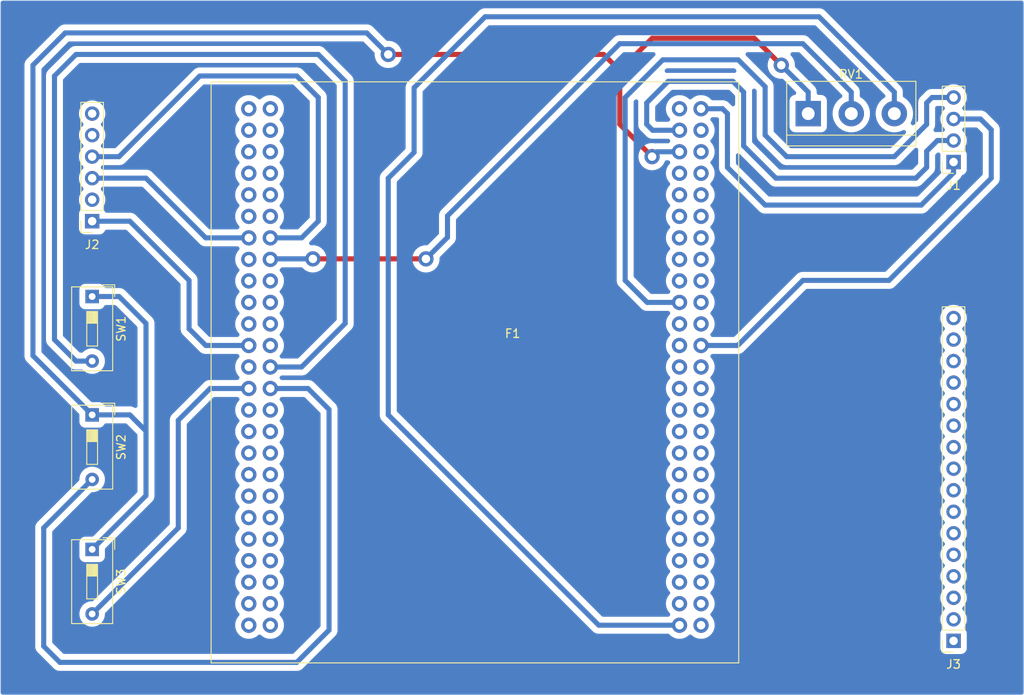
<source format=kicad_pcb>
(kicad_pcb (version 20171130) (host pcbnew "(5.1.6)-1")

  (general
    (thickness 1.6)
    (drawings 6)
    (tracks 124)
    (zones 0)
    (modules 8)
    (nets 120)
  )

  (page A4)
  (layers
    (0 F.Cu signal)
    (31 B.Cu signal)
    (32 B.Adhes user)
    (33 F.Adhes user)
    (34 B.Paste user)
    (35 F.Paste user)
    (36 B.SilkS user)
    (37 F.SilkS user)
    (38 B.Mask user)
    (39 F.Mask user)
    (40 Dwgs.User user)
    (41 Cmts.User user)
    (42 Eco1.User user)
    (43 Eco2.User user)
    (44 Edge.Cuts user)
    (45 Margin user)
    (46 B.CrtYd user)
    (47 F.CrtYd user)
    (48 B.Fab user)
    (49 F.Fab user)
  )

  (setup
    (last_trace_width 0.6)
    (user_trace_width 0.6)
    (trace_clearance 0.2)
    (zone_clearance 0.508)
    (zone_45_only no)
    (trace_min 0.2)
    (via_size 0.8)
    (via_drill 0.4)
    (via_min_size 0.4)
    (via_min_drill 0.3)
    (user_via 1.8 1)
    (uvia_size 0.3)
    (uvia_drill 0.1)
    (uvias_allowed no)
    (uvia_min_size 0.2)
    (uvia_min_drill 0.1)
    (edge_width 0.05)
    (segment_width 0.2)
    (pcb_text_width 0.3)
    (pcb_text_size 1.5 1.5)
    (mod_edge_width 0.12)
    (mod_text_size 1 1)
    (mod_text_width 0.15)
    (pad_size 1.524 1.524)
    (pad_drill 0.762)
    (pad_to_mask_clearance 0.05)
    (aux_axis_origin 0 0)
    (visible_elements FFFFFF7F)
    (pcbplotparams
      (layerselection 0x010fc_ffffffff)
      (usegerberextensions false)
      (usegerberattributes true)
      (usegerberadvancedattributes true)
      (creategerberjobfile true)
      (excludeedgelayer true)
      (linewidth 0.100000)
      (plotframeref false)
      (viasonmask false)
      (mode 1)
      (useauxorigin false)
      (hpglpennumber 1)
      (hpglpenspeed 20)
      (hpglpendiameter 15.000000)
      (psnegative false)
      (psa4output false)
      (plotreference true)
      (plotvalue true)
      (plotinvisibletext false)
      (padsonsilk false)
      (subtractmaskfromsilk false)
      (outputformat 1)
      (mirror false)
      (drillshape 1)
      (scaleselection 1)
      (outputdirectory ""))
  )

  (net 0 "")
  (net 1 "Net-(F1-Pad1)")
  (net 2 "Net-(F1-Pad2)")
  (net 3 "Net-(F1-Pad3)")
  (net 4 "Net-(F1-Pad4)")
  (net 5 "Net-(F1-Pad5)")
  (net 6 "Net-(F1-Pad6)")
  (net 7 /TX)
  (net 8 "Net-(F1-Pad8)")
  (net 9 "Net-(F1-Pad9)")
  (net 10 "Net-(F1-Pad10)")
  (net 11 "Net-(F1-Pad11)")
  (net 12 "Net-(F1-Pad13)")
  (net 13 /dec_bt)
  (net 14 "Net-(F1-Pad15)")
  (net 15 "Net-(F1-Pad16)")
  (net 16 "Net-(F1-Pad17)")
  (net 17 "Net-(F1-Pad18)")
  (net 18 "Net-(F1-Pad19)")
  (net 19 "Net-(F1-Pad20)")
  (net 20 "Net-(F1-Pad21)")
  (net 21 "Net-(F1-Pad22)")
  (net 22 "Net-(F1-Pad23)")
  (net 23 "Net-(F1-Pad24)")
  (net 24 "Net-(F1-Pad25)")
  (net 25 "Net-(F1-Pad27)")
  (net 26 "Net-(F1-Pad28)")
  (net 27 "Net-(F1-Pad29)")
  (net 28 "Net-(F1-Pad30)")
  (net 29 "Net-(F1-Pad31)")
  (net 30 /RX)
  (net 31 /adc)
  (net 32 "Net-(F1-Pad34)")
  (net 33 "Net-(F1-Pad35)")
  (net 34 "Net-(F1-Pad36)")
  (net 35 "Net-(F1-Pad37)")
  (net 36 /inc_bt)
  (net 37 /enter_bt)
  (net 38 "Net-(F1-Pad40)")
  (net 39 "Net-(F1-Pad41)")
  (net 40 "Net-(F1-Pad42)")
  (net 41 "Net-(F1-Pad43)")
  (net 42 "Net-(F1-Pad44)")
  (net 43 "Net-(F1-Pad45)")
  (net 44 "Net-(F1-Pad46)")
  (net 45 "Net-(F1-Pad47)")
  (net 46 "Net-(F1-Pad48)")
  (net 47 "Net-(F1-Pad49)")
  (net 48 "Net-(F1-Pad50)")
  (net 49 "Net-(F1-Pad51)")
  (net 50 "Net-(F1-Pad54)")
  (net 51 "Net-(F1-Pad55)")
  (net 52 "Net-(F1-Pad56)")
  (net 53 "Net-(F1-Pad57)")
  (net 54 "Net-(F1-Pad58)")
  (net 55 "Net-(F1-Pad59)")
  (net 56 /scl)
  (net 57 "Net-(F1-Pad61)")
  (net 58 "Net-(F1-Pad62)")
  (net 59 "Net-(F1-Pad63)")
  (net 60 "Net-(F1-Pad64)")
  (net 61 "Net-(F1-Pad65)")
  (net 62 "Net-(F1-Pad66)")
  (net 63 "Net-(F1-Pad67)")
  (net 64 "Net-(F1-Pad68)")
  (net 65 "Net-(F1-Pad69)")
  (net 66 "Net-(F1-Pad70)")
  (net 67 "Net-(F1-Pad71)")
  (net 68 "Net-(F1-Pad72)")
  (net 69 "Net-(F1-Pad73)")
  (net 70 "Net-(F1-Pad74)")
  (net 71 "Net-(F1-Pad77)")
  (net 72 "Net-(F1-Pad78)")
  (net 73 "Net-(F1-Pad79)")
  (net 74 "Net-(F1-Pad80)")
  (net 75 "Net-(F1-Pad81)")
  (net 76 "Net-(F1-Pad82)")
  (net 77 "Net-(F1-Pad83)")
  (net 78 "Net-(F1-Pad84)")
  (net 79 "Net-(F1-Pad85)")
  (net 80 "Net-(F1-Pad86)")
  (net 81 /sda)
  (net 82 "Net-(F1-Pad88)")
  (net 83 "Net-(F1-Pad89)")
  (net 84 "Net-(F1-Pad90)")
  (net 85 "Net-(F1-Pad91)")
  (net 86 "Net-(F1-Pad92)")
  (net 87 "Net-(F1-Pad93)")
  (net 88 "Net-(F1-Pad94)")
  (net 89 "Net-(F1-Pad95)")
  (net 90 "Net-(F1-Pad96)")
  (net 91 "Net-(F1-Pad97)")
  (net 92 "Net-(F1-Pad98)")
  (net 93 "Net-(F1-Pad99)")
  (net 94 "Net-(F1-Pad100)")
  (net 95 /gnd)
  (net 96 /5V)
  (net 97 "Net-(J2-Pad2)")
  (net 98 "Net-(J2-Pad5)")
  (net 99 "Net-(J2-Pad6)")
  (net 100 "Net-(J3-Pad1)")
  (net 101 "Net-(J3-Pad2)")
  (net 102 "Net-(J3-Pad3)")
  (net 103 "Net-(J3-Pad4)")
  (net 104 "Net-(J3-Pad5)")
  (net 105 "Net-(J3-Pad6)")
  (net 106 "Net-(J3-Pad7)")
  (net 107 "Net-(J3-Pad8)")
  (net 108 "Net-(J3-Pad9)")
  (net 109 "Net-(J3-Pad10)")
  (net 110 "Net-(J3-Pad11)")
  (net 111 "Net-(J3-Pad12)")
  (net 112 "Net-(J3-Pad13)")
  (net 113 "Net-(J3-Pad14)")
  (net 114 "Net-(J3-Pad15)")
  (net 115 "Net-(J3-Pad16)")
  (net 116 /3V3)
  (net 117 /gnd1)
  (net 118 /gnd2)
  (net 119 /gnd3)

  (net_class Default "This is the default net class."
    (clearance 0.2)
    (trace_width 0.25)
    (via_dia 0.8)
    (via_drill 0.4)
    (uvia_dia 0.3)
    (uvia_drill 0.1)
    (add_net /3V3)
    (add_net /5V)
    (add_net /RX)
    (add_net /TX)
    (add_net /adc)
    (add_net /dec_bt)
    (add_net /enter_bt)
    (add_net /gnd)
    (add_net /gnd1)
    (add_net /gnd2)
    (add_net /gnd3)
    (add_net /inc_bt)
    (add_net /scl)
    (add_net /sda)
    (add_net "Net-(F1-Pad1)")
    (add_net "Net-(F1-Pad10)")
    (add_net "Net-(F1-Pad100)")
    (add_net "Net-(F1-Pad11)")
    (add_net "Net-(F1-Pad13)")
    (add_net "Net-(F1-Pad15)")
    (add_net "Net-(F1-Pad16)")
    (add_net "Net-(F1-Pad17)")
    (add_net "Net-(F1-Pad18)")
    (add_net "Net-(F1-Pad19)")
    (add_net "Net-(F1-Pad2)")
    (add_net "Net-(F1-Pad20)")
    (add_net "Net-(F1-Pad21)")
    (add_net "Net-(F1-Pad22)")
    (add_net "Net-(F1-Pad23)")
    (add_net "Net-(F1-Pad24)")
    (add_net "Net-(F1-Pad25)")
    (add_net "Net-(F1-Pad27)")
    (add_net "Net-(F1-Pad28)")
    (add_net "Net-(F1-Pad29)")
    (add_net "Net-(F1-Pad3)")
    (add_net "Net-(F1-Pad30)")
    (add_net "Net-(F1-Pad31)")
    (add_net "Net-(F1-Pad34)")
    (add_net "Net-(F1-Pad35)")
    (add_net "Net-(F1-Pad36)")
    (add_net "Net-(F1-Pad37)")
    (add_net "Net-(F1-Pad4)")
    (add_net "Net-(F1-Pad40)")
    (add_net "Net-(F1-Pad41)")
    (add_net "Net-(F1-Pad42)")
    (add_net "Net-(F1-Pad43)")
    (add_net "Net-(F1-Pad44)")
    (add_net "Net-(F1-Pad45)")
    (add_net "Net-(F1-Pad46)")
    (add_net "Net-(F1-Pad47)")
    (add_net "Net-(F1-Pad48)")
    (add_net "Net-(F1-Pad49)")
    (add_net "Net-(F1-Pad5)")
    (add_net "Net-(F1-Pad50)")
    (add_net "Net-(F1-Pad51)")
    (add_net "Net-(F1-Pad54)")
    (add_net "Net-(F1-Pad55)")
    (add_net "Net-(F1-Pad56)")
    (add_net "Net-(F1-Pad57)")
    (add_net "Net-(F1-Pad58)")
    (add_net "Net-(F1-Pad59)")
    (add_net "Net-(F1-Pad6)")
    (add_net "Net-(F1-Pad61)")
    (add_net "Net-(F1-Pad62)")
    (add_net "Net-(F1-Pad63)")
    (add_net "Net-(F1-Pad64)")
    (add_net "Net-(F1-Pad65)")
    (add_net "Net-(F1-Pad66)")
    (add_net "Net-(F1-Pad67)")
    (add_net "Net-(F1-Pad68)")
    (add_net "Net-(F1-Pad69)")
    (add_net "Net-(F1-Pad70)")
    (add_net "Net-(F1-Pad71)")
    (add_net "Net-(F1-Pad72)")
    (add_net "Net-(F1-Pad73)")
    (add_net "Net-(F1-Pad74)")
    (add_net "Net-(F1-Pad77)")
    (add_net "Net-(F1-Pad78)")
    (add_net "Net-(F1-Pad79)")
    (add_net "Net-(F1-Pad8)")
    (add_net "Net-(F1-Pad80)")
    (add_net "Net-(F1-Pad81)")
    (add_net "Net-(F1-Pad82)")
    (add_net "Net-(F1-Pad83)")
    (add_net "Net-(F1-Pad84)")
    (add_net "Net-(F1-Pad85)")
    (add_net "Net-(F1-Pad86)")
    (add_net "Net-(F1-Pad88)")
    (add_net "Net-(F1-Pad89)")
    (add_net "Net-(F1-Pad9)")
    (add_net "Net-(F1-Pad90)")
    (add_net "Net-(F1-Pad91)")
    (add_net "Net-(F1-Pad92)")
    (add_net "Net-(F1-Pad93)")
    (add_net "Net-(F1-Pad94)")
    (add_net "Net-(F1-Pad95)")
    (add_net "Net-(F1-Pad96)")
    (add_net "Net-(F1-Pad97)")
    (add_net "Net-(F1-Pad98)")
    (add_net "Net-(F1-Pad99)")
    (add_net "Net-(J2-Pad2)")
    (add_net "Net-(J2-Pad5)")
    (add_net "Net-(J2-Pad6)")
    (add_net "Net-(J3-Pad1)")
    (add_net "Net-(J3-Pad10)")
    (add_net "Net-(J3-Pad11)")
    (add_net "Net-(J3-Pad12)")
    (add_net "Net-(J3-Pad13)")
    (add_net "Net-(J3-Pad14)")
    (add_net "Net-(J3-Pad15)")
    (add_net "Net-(J3-Pad16)")
    (add_net "Net-(J3-Pad2)")
    (add_net "Net-(J3-Pad3)")
    (add_net "Net-(J3-Pad4)")
    (add_net "Net-(J3-Pad5)")
    (add_net "Net-(J3-Pad6)")
    (add_net "Net-(J3-Pad7)")
    (add_net "Net-(J3-Pad8)")
    (add_net "Net-(J3-Pad9)")
  )

  (module custom:F4_discovery (layer F.Cu) (tedit 606308B3) (tstamp 60638E10)
    (at 123.250001 116.265001)
    (path /60642152)
    (fp_text reference F1 (at 4.445 0.5) (layer F.SilkS)
      (effects (font (size 1 1) (thickness 0.15)))
    )
    (fp_text value F4_Discovery (at 4.445 -0.5) (layer F.Fab)
      (effects (font (size 1 1) (thickness 0.15)))
    )
    (fp_line (start -31.115 39.37) (end -31.115 -29.21) (layer F.SilkS) (width 0.12))
    (fp_line (start 31.115 39.37) (end -31.115 39.37) (layer F.SilkS) (width 0.12))
    (fp_line (start 31.115 -29.21) (end 31.115 39.37) (layer F.SilkS) (width 0.12))
    (fp_line (start -31.115 -29.21) (end 31.115 -29.21) (layer F.SilkS) (width 0.12))
    (pad 1 thru_hole circle (at -26.67 -26.035) (size 1.8 1.8) (drill 1) (layers *.Cu *.Mask)
      (net 1 "Net-(F1-Pad1)"))
    (pad 2 thru_hole circle (at -26.67 -23.495) (size 1.8 1.8) (drill 1) (layers *.Cu *.Mask)
      (net 2 "Net-(F1-Pad2)"))
    (pad 3 thru_hole circle (at -26.67 -20.955) (size 1.8 1.8) (drill 1) (layers *.Cu *.Mask)
      (net 3 "Net-(F1-Pad3)"))
    (pad 4 thru_hole circle (at -26.67 -18.415) (size 1.8 1.8) (drill 1) (layers *.Cu *.Mask)
      (net 4 "Net-(F1-Pad4)"))
    (pad 5 thru_hole circle (at -26.67 -15.875) (size 1.8 1.8) (drill 1) (layers *.Cu *.Mask)
      (net 5 "Net-(F1-Pad5)"))
    (pad 6 thru_hole circle (at -26.67 -13.335) (size 1.8 1.8) (drill 1) (layers *.Cu *.Mask)
      (net 6 "Net-(F1-Pad6)"))
    (pad 7 thru_hole circle (at -26.67 -10.795) (size 1.8 1.8) (drill 1) (layers *.Cu *.Mask)
      (net 7 /TX))
    (pad 8 thru_hole circle (at -26.67 -8.255) (size 1.8 1.8) (drill 1) (layers *.Cu *.Mask)
      (net 8 "Net-(F1-Pad8)"))
    (pad 9 thru_hole circle (at -26.67 -5.715) (size 1.8 1.8) (drill 1) (layers *.Cu *.Mask)
      (net 9 "Net-(F1-Pad9)"))
    (pad 10 thru_hole circle (at -26.67 -3.175) (size 1.8 1.8) (drill 1) (layers *.Cu *.Mask)
      (net 10 "Net-(F1-Pad10)"))
    (pad 11 thru_hole circle (at -26.67 -0.635) (size 1.8 1.8) (drill 1) (layers *.Cu *.Mask)
      (net 11 "Net-(F1-Pad11)"))
    (pad 12 thru_hole circle (at -26.67 1.905) (size 1.8 1.8) (drill 1) (layers *.Cu *.Mask)
      (net 117 /gnd1))
    (pad 13 thru_hole circle (at -26.67 4.445) (size 1.8 1.8) (drill 1) (layers *.Cu *.Mask)
      (net 12 "Net-(F1-Pad13)"))
    (pad 14 thru_hole circle (at -26.67 6.985) (size 1.8 1.8) (drill 1) (layers *.Cu *.Mask)
      (net 13 /dec_bt))
    (pad 15 thru_hole circle (at -26.67 9.525) (size 1.8 1.8) (drill 1) (layers *.Cu *.Mask)
      (net 14 "Net-(F1-Pad15)"))
    (pad 16 thru_hole circle (at -26.67 12.065) (size 1.8 1.8) (drill 1) (layers *.Cu *.Mask)
      (net 15 "Net-(F1-Pad16)"))
    (pad 17 thru_hole circle (at -26.67 14.605) (size 1.8 1.8) (drill 1) (layers *.Cu *.Mask)
      (net 16 "Net-(F1-Pad17)"))
    (pad 18 thru_hole circle (at -26.67 17.145) (size 1.8 1.8) (drill 1) (layers *.Cu *.Mask)
      (net 17 "Net-(F1-Pad18)"))
    (pad 19 thru_hole circle (at -26.67 19.685) (size 1.8 1.8) (drill 1) (layers *.Cu *.Mask)
      (net 18 "Net-(F1-Pad19)"))
    (pad 20 thru_hole circle (at -26.67 22.225) (size 1.8 1.8) (drill 1) (layers *.Cu *.Mask)
      (net 19 "Net-(F1-Pad20)"))
    (pad 21 thru_hole circle (at -26.67 24.765) (size 1.8 1.8) (drill 1) (layers *.Cu *.Mask)
      (net 20 "Net-(F1-Pad21)"))
    (pad 22 thru_hole circle (at -26.67 27.305) (size 1.8 1.8) (drill 1) (layers *.Cu *.Mask)
      (net 21 "Net-(F1-Pad22)"))
    (pad 23 thru_hole circle (at -26.67 29.845) (size 1.8 1.8) (drill 1) (layers *.Cu *.Mask)
      (net 22 "Net-(F1-Pad23)"))
    (pad 24 thru_hole circle (at -26.67 32.385) (size 1.8 1.8) (drill 1) (layers *.Cu *.Mask)
      (net 23 "Net-(F1-Pad24)"))
    (pad 25 thru_hole circle (at -26.67 34.925) (size 1.8 1.8) (drill 1) (layers *.Cu *.Mask)
      (net 24 "Net-(F1-Pad25)"))
    (pad 26 thru_hole circle (at -24.13 -26.035) (size 1.8 1.8) (drill 1) (layers *.Cu *.Mask)
      (net 95 /gnd))
    (pad 27 thru_hole circle (at -24.13 -23.495) (size 1.8 1.8) (drill 1) (layers *.Cu *.Mask)
      (net 25 "Net-(F1-Pad27)"))
    (pad 28 thru_hole circle (at -24.13 -20.955) (size 1.8 1.8) (drill 1) (layers *.Cu *.Mask)
      (net 26 "Net-(F1-Pad28)"))
    (pad 29 thru_hole circle (at -24.13 -18.415) (size 1.8 1.8) (drill 1) (layers *.Cu *.Mask)
      (net 27 "Net-(F1-Pad29)"))
    (pad 30 thru_hole circle (at -24.13 -15.875) (size 1.8 1.8) (drill 1) (layers *.Cu *.Mask)
      (net 28 "Net-(F1-Pad30)"))
    (pad 31 thru_hole circle (at -24.13 -13.335) (size 1.8 1.8) (drill 1) (layers *.Cu *.Mask)
      (net 29 "Net-(F1-Pad31)"))
    (pad 32 thru_hole circle (at -24.13 -10.795) (size 1.8 1.8) (drill 1) (layers *.Cu *.Mask)
      (net 30 /RX))
    (pad 33 thru_hole circle (at -24.13 -8.255) (size 1.8 1.8) (drill 1) (layers *.Cu *.Mask)
      (net 31 /adc))
    (pad 34 thru_hole circle (at -24.13 -5.715) (size 1.8 1.8) (drill 1) (layers *.Cu *.Mask)
      (net 32 "Net-(F1-Pad34)"))
    (pad 35 thru_hole circle (at -24.13 -3.175) (size 1.8 1.8) (drill 1) (layers *.Cu *.Mask)
      (net 33 "Net-(F1-Pad35)"))
    (pad 36 thru_hole circle (at -24.13 -0.635) (size 1.8 1.8) (drill 1) (layers *.Cu *.Mask)
      (net 34 "Net-(F1-Pad36)"))
    (pad 37 thru_hole circle (at -24.13 1.905) (size 1.8 1.8) (drill 1) (layers *.Cu *.Mask)
      (net 35 "Net-(F1-Pad37)"))
    (pad 38 thru_hole circle (at -24.13 4.445) (size 1.8 1.8) (drill 1) (layers *.Cu *.Mask)
      (net 36 /inc_bt))
    (pad 39 thru_hole circle (at -24.13 6.985) (size 1.8 1.8) (drill 1) (layers *.Cu *.Mask)
      (net 37 /enter_bt))
    (pad 40 thru_hole circle (at -24.13 9.525) (size 1.8 1.8) (drill 1) (layers *.Cu *.Mask)
      (net 38 "Net-(F1-Pad40)"))
    (pad 41 thru_hole circle (at -24.13 12.065) (size 1.8 1.8) (drill 1) (layers *.Cu *.Mask)
      (net 39 "Net-(F1-Pad41)"))
    (pad 42 thru_hole circle (at -24.13 14.605) (size 1.8 1.8) (drill 1) (layers *.Cu *.Mask)
      (net 40 "Net-(F1-Pad42)"))
    (pad 43 thru_hole circle (at -24.13 17.145) (size 1.8 1.8) (drill 1) (layers *.Cu *.Mask)
      (net 41 "Net-(F1-Pad43)"))
    (pad 44 thru_hole circle (at -24.13 19.685) (size 1.8 1.8) (drill 1) (layers *.Cu *.Mask)
      (net 42 "Net-(F1-Pad44)"))
    (pad 45 thru_hole circle (at -24.13 22.225) (size 1.8 1.8) (drill 1) (layers *.Cu *.Mask)
      (net 43 "Net-(F1-Pad45)"))
    (pad 46 thru_hole circle (at -24.13 24.765) (size 1.8 1.8) (drill 1) (layers *.Cu *.Mask)
      (net 44 "Net-(F1-Pad46)"))
    (pad 47 thru_hole circle (at -24.13 27.305) (size 1.8 1.8) (drill 1) (layers *.Cu *.Mask)
      (net 45 "Net-(F1-Pad47)"))
    (pad 48 thru_hole circle (at -24.13 29.845) (size 1.8 1.8) (drill 1) (layers *.Cu *.Mask)
      (net 46 "Net-(F1-Pad48)"))
    (pad 49 thru_hole circle (at -24.13 32.385) (size 1.8 1.8) (drill 1) (layers *.Cu *.Mask)
      (net 47 "Net-(F1-Pad49)"))
    (pad 50 thru_hole circle (at -24.13 34.925) (size 1.8 1.8) (drill 1) (layers *.Cu *.Mask)
      (net 48 "Net-(F1-Pad50)"))
    (pad 51 thru_hole circle (at 24.13 -26.035) (size 1.8 1.8) (drill 1) (layers *.Cu *.Mask)
      (net 49 "Net-(F1-Pad51)"))
    (pad 52 thru_hole circle (at 24.13 -23.495) (size 1.8 1.8) (drill 1) (layers *.Cu *.Mask)
      (net 96 /5V))
    (pad 53 thru_hole circle (at 24.13 -20.955) (size 1.8 1.8) (drill 1) (layers *.Cu *.Mask)
      (net 116 /3V3))
    (pad 54 thru_hole circle (at 24.13 -18.415) (size 1.8 1.8) (drill 1) (layers *.Cu *.Mask)
      (net 50 "Net-(F1-Pad54)"))
    (pad 55 thru_hole circle (at 24.13 -15.875) (size 1.8 1.8) (drill 1) (layers *.Cu *.Mask)
      (net 51 "Net-(F1-Pad55)"))
    (pad 56 thru_hole circle (at 24.13 -13.335) (size 1.8 1.8) (drill 1) (layers *.Cu *.Mask)
      (net 52 "Net-(F1-Pad56)"))
    (pad 57 thru_hole circle (at 24.13 -10.795) (size 1.8 1.8) (drill 1) (layers *.Cu *.Mask)
      (net 53 "Net-(F1-Pad57)"))
    (pad 58 thru_hole circle (at 24.13 -8.255) (size 1.8 1.8) (drill 1) (layers *.Cu *.Mask)
      (net 54 "Net-(F1-Pad58)"))
    (pad 59 thru_hole circle (at 24.13 -5.715) (size 1.8 1.8) (drill 1) (layers *.Cu *.Mask)
      (net 55 "Net-(F1-Pad59)"))
    (pad 60 thru_hole circle (at 24.13 -3.175) (size 1.8 1.8) (drill 1) (layers *.Cu *.Mask)
      (net 56 /scl))
    (pad 61 thru_hole circle (at 24.13 -0.635) (size 1.8 1.8) (drill 1) (layers *.Cu *.Mask)
      (net 57 "Net-(F1-Pad61)"))
    (pad 62 thru_hole circle (at 24.13 1.905) (size 1.8 1.8) (drill 1) (layers *.Cu *.Mask)
      (net 58 "Net-(F1-Pad62)"))
    (pad 63 thru_hole circle (at 24.13 4.445) (size 1.8 1.8) (drill 1) (layers *.Cu *.Mask)
      (net 59 "Net-(F1-Pad63)"))
    (pad 64 thru_hole circle (at 24.13 6.985) (size 1.8 1.8) (drill 1) (layers *.Cu *.Mask)
      (net 60 "Net-(F1-Pad64)"))
    (pad 65 thru_hole circle (at 24.13 9.525) (size 1.8 1.8) (drill 1) (layers *.Cu *.Mask)
      (net 61 "Net-(F1-Pad65)"))
    (pad 66 thru_hole circle (at 24.13 12.065) (size 1.8 1.8) (drill 1) (layers *.Cu *.Mask)
      (net 62 "Net-(F1-Pad66)"))
    (pad 67 thru_hole circle (at 24.13 14.605) (size 1.8 1.8) (drill 1) (layers *.Cu *.Mask)
      (net 63 "Net-(F1-Pad67)"))
    (pad 68 thru_hole circle (at 24.13 17.145) (size 1.8 1.8) (drill 1) (layers *.Cu *.Mask)
      (net 64 "Net-(F1-Pad68)"))
    (pad 69 thru_hole circle (at 24.13 19.685) (size 1.8 1.8) (drill 1) (layers *.Cu *.Mask)
      (net 65 "Net-(F1-Pad69)"))
    (pad 70 thru_hole circle (at 24.13 22.225) (size 1.8 1.8) (drill 1) (layers *.Cu *.Mask)
      (net 66 "Net-(F1-Pad70)"))
    (pad 71 thru_hole circle (at 24.13 24.765) (size 1.8 1.8) (drill 1) (layers *.Cu *.Mask)
      (net 67 "Net-(F1-Pad71)"))
    (pad 72 thru_hole circle (at 24.13 27.305) (size 1.8 1.8) (drill 1) (layers *.Cu *.Mask)
      (net 68 "Net-(F1-Pad72)"))
    (pad 73 thru_hole circle (at 24.13 29.845) (size 1.8 1.8) (drill 1) (layers *.Cu *.Mask)
      (net 69 "Net-(F1-Pad73)"))
    (pad 74 thru_hole circle (at 24.13 32.385) (size 1.8 1.8) (drill 1) (layers *.Cu *.Mask)
      (net 70 "Net-(F1-Pad74)"))
    (pad 75 thru_hole circle (at 24.13 34.925) (size 1.8 1.8) (drill 1) (layers *.Cu *.Mask)
      (net 118 /gnd2))
    (pad 76 thru_hole circle (at 26.67 -26.035) (size 1.8 1.8) (drill 1) (layers *.Cu *.Mask)
      (net 119 /gnd3))
    (pad 77 thru_hole circle (at 26.67 -23.495) (size 1.8 1.8) (drill 1) (layers *.Cu *.Mask)
      (net 71 "Net-(F1-Pad77)"))
    (pad 78 thru_hole circle (at 26.67 -20.955) (size 1.8 1.8) (drill 1) (layers *.Cu *.Mask)
      (net 72 "Net-(F1-Pad78)"))
    (pad 79 thru_hole circle (at 26.67 -18.415) (size 1.8 1.8) (drill 1) (layers *.Cu *.Mask)
      (net 73 "Net-(F1-Pad79)"))
    (pad 80 thru_hole circle (at 26.67 -15.875) (size 1.8 1.8) (drill 1) (layers *.Cu *.Mask)
      (net 74 "Net-(F1-Pad80)"))
    (pad 81 thru_hole circle (at 26.67 -13.335) (size 1.8 1.8) (drill 1) (layers *.Cu *.Mask)
      (net 75 "Net-(F1-Pad81)"))
    (pad 82 thru_hole circle (at 26.67 -10.795) (size 1.8 1.8) (drill 1) (layers *.Cu *.Mask)
      (net 76 "Net-(F1-Pad82)"))
    (pad 83 thru_hole circle (at 26.67 -8.255) (size 1.8 1.8) (drill 1) (layers *.Cu *.Mask)
      (net 77 "Net-(F1-Pad83)"))
    (pad 84 thru_hole circle (at 26.67 -5.715) (size 1.8 1.8) (drill 1) (layers *.Cu *.Mask)
      (net 78 "Net-(F1-Pad84)"))
    (pad 85 thru_hole circle (at 26.67 -3.175) (size 1.8 1.8) (drill 1) (layers *.Cu *.Mask)
      (net 79 "Net-(F1-Pad85)"))
    (pad 86 thru_hole circle (at 26.67 -0.635) (size 1.8 1.8) (drill 1) (layers *.Cu *.Mask)
      (net 80 "Net-(F1-Pad86)"))
    (pad 87 thru_hole circle (at 26.67 1.905) (size 1.8 1.8) (drill 1) (layers *.Cu *.Mask)
      (net 81 /sda))
    (pad 88 thru_hole circle (at 26.67 4.445) (size 1.8 1.8) (drill 1) (layers *.Cu *.Mask)
      (net 82 "Net-(F1-Pad88)"))
    (pad 89 thru_hole circle (at 26.67 6.985) (size 1.8 1.8) (drill 1) (layers *.Cu *.Mask)
      (net 83 "Net-(F1-Pad89)"))
    (pad 90 thru_hole circle (at 26.67 9.525) (size 1.8 1.8) (drill 1) (layers *.Cu *.Mask)
      (net 84 "Net-(F1-Pad90)"))
    (pad 91 thru_hole circle (at 26.67 12.065) (size 1.8 1.8) (drill 1) (layers *.Cu *.Mask)
      (net 85 "Net-(F1-Pad91)"))
    (pad 92 thru_hole circle (at 26.67 14.605) (size 1.8 1.8) (drill 1) (layers *.Cu *.Mask)
      (net 86 "Net-(F1-Pad92)"))
    (pad 93 thru_hole circle (at 26.67 17.145) (size 1.8 1.8) (drill 1) (layers *.Cu *.Mask)
      (net 87 "Net-(F1-Pad93)"))
    (pad 94 thru_hole circle (at 26.67 19.685) (size 1.8 1.8) (drill 1) (layers *.Cu *.Mask)
      (net 88 "Net-(F1-Pad94)"))
    (pad 95 thru_hole circle (at 26.67 22.225) (size 1.8 1.8) (drill 1) (layers *.Cu *.Mask)
      (net 89 "Net-(F1-Pad95)"))
    (pad 96 thru_hole circle (at 26.67 24.765) (size 1.8 1.8) (drill 1) (layers *.Cu *.Mask)
      (net 90 "Net-(F1-Pad96)"))
    (pad 97 thru_hole circle (at 26.67 27.305) (size 1.8 1.8) (drill 1) (layers *.Cu *.Mask)
      (net 91 "Net-(F1-Pad97)"))
    (pad 98 thru_hole circle (at 26.67 29.845) (size 1.8 1.8) (drill 1) (layers *.Cu *.Mask)
      (net 92 "Net-(F1-Pad98)"))
    (pad 99 thru_hole circle (at 26.67 32.385) (size 1.8 1.8) (drill 1) (layers *.Cu *.Mask)
      (net 93 "Net-(F1-Pad99)"))
    (pad 100 thru_hole circle (at 26.67 34.925) (size 1.8 1.8) (drill 1) (layers *.Cu *.Mask)
      (net 94 "Net-(F1-Pad100)"))
  )

  (module Connector_PinSocket_2.54mm:PinSocket_1x04_P2.54mm_Vertical (layer F.Cu) (tedit 5A19A429) (tstamp 6063953E)
    (at 179.705 96.52 180)
    (descr "Through hole straight socket strip, 1x04, 2.54mm pitch, single row (from Kicad 4.0.7), script generated")
    (tags "Through hole socket strip THT 1x04 2.54mm single row")
    (path /6064C04C)
    (fp_text reference J1 (at 0 -2.77) (layer F.SilkS)
      (effects (font (size 1 1) (thickness 0.15)))
    )
    (fp_text value Conn_01x04_Male (at 0 10.39) (layer F.Fab)
      (effects (font (size 1 1) (thickness 0.15)))
    )
    (fp_line (start -1.8 9.4) (end -1.8 -1.8) (layer F.CrtYd) (width 0.05))
    (fp_line (start 1.75 9.4) (end -1.8 9.4) (layer F.CrtYd) (width 0.05))
    (fp_line (start 1.75 -1.8) (end 1.75 9.4) (layer F.CrtYd) (width 0.05))
    (fp_line (start -1.8 -1.8) (end 1.75 -1.8) (layer F.CrtYd) (width 0.05))
    (fp_line (start 0 -1.33) (end 1.33 -1.33) (layer F.SilkS) (width 0.12))
    (fp_line (start 1.33 -1.33) (end 1.33 0) (layer F.SilkS) (width 0.12))
    (fp_line (start 1.33 1.27) (end 1.33 8.95) (layer F.SilkS) (width 0.12))
    (fp_line (start -1.33 8.95) (end 1.33 8.95) (layer F.SilkS) (width 0.12))
    (fp_line (start -1.33 1.27) (end -1.33 8.95) (layer F.SilkS) (width 0.12))
    (fp_line (start -1.33 1.27) (end 1.33 1.27) (layer F.SilkS) (width 0.12))
    (fp_line (start -1.27 8.89) (end -1.27 -1.27) (layer F.Fab) (width 0.1))
    (fp_line (start 1.27 8.89) (end -1.27 8.89) (layer F.Fab) (width 0.1))
    (fp_line (start 1.27 -0.635) (end 1.27 8.89) (layer F.Fab) (width 0.1))
    (fp_line (start 0.635 -1.27) (end 1.27 -0.635) (layer F.Fab) (width 0.1))
    (fp_line (start -1.27 -1.27) (end 0.635 -1.27) (layer F.Fab) (width 0.1))
    (fp_text user %R (at 0 3.81 90) (layer F.Fab)
      (effects (font (size 1 1) (thickness 0.15)))
    )
    (pad 1 thru_hole rect (at 0 0 180) (size 1.7 1.7) (drill 1) (layers *.Cu *.Mask)
      (net 119 /gnd3))
    (pad 2 thru_hole oval (at 0 2.54 180) (size 1.7 1.7) (drill 1) (layers *.Cu *.Mask)
      (net 96 /5V))
    (pad 3 thru_hole oval (at 0 5.08 180) (size 1.7 1.7) (drill 1) (layers *.Cu *.Mask)
      (net 81 /sda))
    (pad 4 thru_hole oval (at 0 7.62 180) (size 1.7 1.7) (drill 1) (layers *.Cu *.Mask)
      (net 56 /scl))
    (model ${KISYS3DMOD}/Connector_PinSocket_2.54mm.3dshapes/PinSocket_1x04_P2.54mm_Vertical.wrl
      (at (xyz 0 0 0))
      (scale (xyz 1 1 1))
      (rotate (xyz 0 0 0))
    )
  )

  (module Connector_PinSocket_2.54mm:PinSocket_1x06_P2.54mm_Vertical (layer F.Cu) (tedit 5A19A430) (tstamp 6063AAFA)
    (at 78.105 103.505 180)
    (descr "Through hole straight socket strip, 1x06, 2.54mm pitch, single row (from Kicad 4.0.7), script generated")
    (tags "Through hole socket strip THT 1x06 2.54mm single row")
    (path /60656205)
    (fp_text reference J2 (at 0 -2.77) (layer F.SilkS)
      (effects (font (size 1 1) (thickness 0.15)))
    )
    (fp_text value Conn_01x06_Female (at 0 15.47) (layer F.Fab)
      (effects (font (size 1 1) (thickness 0.15)))
    )
    (fp_line (start -1.8 14.45) (end -1.8 -1.8) (layer F.CrtYd) (width 0.05))
    (fp_line (start 1.75 14.45) (end -1.8 14.45) (layer F.CrtYd) (width 0.05))
    (fp_line (start 1.75 -1.8) (end 1.75 14.45) (layer F.CrtYd) (width 0.05))
    (fp_line (start -1.8 -1.8) (end 1.75 -1.8) (layer F.CrtYd) (width 0.05))
    (fp_line (start 0 -1.33) (end 1.33 -1.33) (layer F.SilkS) (width 0.12))
    (fp_line (start 1.33 -1.33) (end 1.33 0) (layer F.SilkS) (width 0.12))
    (fp_line (start 1.33 1.27) (end 1.33 14.03) (layer F.SilkS) (width 0.12))
    (fp_line (start -1.33 14.03) (end 1.33 14.03) (layer F.SilkS) (width 0.12))
    (fp_line (start -1.33 1.27) (end -1.33 14.03) (layer F.SilkS) (width 0.12))
    (fp_line (start -1.33 1.27) (end 1.33 1.27) (layer F.SilkS) (width 0.12))
    (fp_line (start -1.27 13.97) (end -1.27 -1.27) (layer F.Fab) (width 0.1))
    (fp_line (start 1.27 13.97) (end -1.27 13.97) (layer F.Fab) (width 0.1))
    (fp_line (start 1.27 -0.635) (end 1.27 13.97) (layer F.Fab) (width 0.1))
    (fp_line (start 0.635 -1.27) (end 1.27 -0.635) (layer F.Fab) (width 0.1))
    (fp_line (start -1.27 -1.27) (end 0.635 -1.27) (layer F.Fab) (width 0.1))
    (fp_text user %R (at 0 6.35 90) (layer F.Fab)
      (effects (font (size 1 1) (thickness 0.15)))
    )
    (pad 1 thru_hole rect (at 0 0 180) (size 1.7 1.7) (drill 1) (layers *.Cu *.Mask)
      (net 117 /gnd1))
    (pad 2 thru_hole oval (at 0 2.54 180) (size 1.7 1.7) (drill 1) (layers *.Cu *.Mask)
      (net 97 "Net-(J2-Pad2)"))
    (pad 3 thru_hole oval (at 0 5.08 180) (size 1.7 1.7) (drill 1) (layers *.Cu *.Mask)
      (net 7 /TX))
    (pad 4 thru_hole oval (at 0 7.62 180) (size 1.7 1.7) (drill 1) (layers *.Cu *.Mask)
      (net 30 /RX))
    (pad 5 thru_hole oval (at 0 10.16 180) (size 1.7 1.7) (drill 1) (layers *.Cu *.Mask)
      (net 98 "Net-(J2-Pad5)"))
    (pad 6 thru_hole oval (at 0 12.7 180) (size 1.7 1.7) (drill 1) (layers *.Cu *.Mask)
      (net 99 "Net-(J2-Pad6)"))
    (model ${KISYS3DMOD}/Connector_PinSocket_2.54mm.3dshapes/PinSocket_1x06_P2.54mm_Vertical.wrl
      (at (xyz 0 0 0))
      (scale (xyz 1 1 1))
      (rotate (xyz 0 0 0))
    )
  )

  (module Connector_PinSocket_2.54mm:PinSocket_1x16_P2.54mm_Vertical (layer F.Cu) (tedit 5A19A41E) (tstamp 6063ABD6)
    (at 179.705 153.035 180)
    (descr "Through hole straight socket strip, 1x16, 2.54mm pitch, single row (from Kicad 4.0.7), script generated")
    (tags "Through hole socket strip THT 1x16 2.54mm single row")
    (path /6064DF11)
    (fp_text reference J3 (at 0 -2.77) (layer F.SilkS)
      (effects (font (size 1 1) (thickness 0.15)))
    )
    (fp_text value Conn_01x16_Male (at 0 40.87) (layer F.Fab)
      (effects (font (size 1 1) (thickness 0.15)))
    )
    (fp_line (start -1.8 39.9) (end -1.8 -1.8) (layer F.CrtYd) (width 0.05))
    (fp_line (start 1.75 39.9) (end -1.8 39.9) (layer F.CrtYd) (width 0.05))
    (fp_line (start 1.75 -1.8) (end 1.75 39.9) (layer F.CrtYd) (width 0.05))
    (fp_line (start -1.8 -1.8) (end 1.75 -1.8) (layer F.CrtYd) (width 0.05))
    (fp_line (start 0 -1.33) (end 1.33 -1.33) (layer F.SilkS) (width 0.12))
    (fp_line (start 1.33 -1.33) (end 1.33 0) (layer F.SilkS) (width 0.12))
    (fp_line (start 1.33 1.27) (end 1.33 39.43) (layer F.SilkS) (width 0.12))
    (fp_line (start -1.33 39.43) (end 1.33 39.43) (layer F.SilkS) (width 0.12))
    (fp_line (start -1.33 1.27) (end -1.33 39.43) (layer F.SilkS) (width 0.12))
    (fp_line (start -1.33 1.27) (end 1.33 1.27) (layer F.SilkS) (width 0.12))
    (fp_line (start -1.27 39.37) (end -1.27 -1.27) (layer F.Fab) (width 0.1))
    (fp_line (start 1.27 39.37) (end -1.27 39.37) (layer F.Fab) (width 0.1))
    (fp_line (start 1.27 -0.635) (end 1.27 39.37) (layer F.Fab) (width 0.1))
    (fp_line (start 0.635 -1.27) (end 1.27 -0.635) (layer F.Fab) (width 0.1))
    (fp_line (start -1.27 -1.27) (end 0.635 -1.27) (layer F.Fab) (width 0.1))
    (fp_text user %R (at 0 19.05 90) (layer F.Fab)
      (effects (font (size 1 1) (thickness 0.15)))
    )
    (pad 1 thru_hole rect (at 0 0 180) (size 1.7 1.7) (drill 1) (layers *.Cu *.Mask)
      (net 100 "Net-(J3-Pad1)"))
    (pad 2 thru_hole oval (at 0 2.54 180) (size 1.7 1.7) (drill 1) (layers *.Cu *.Mask)
      (net 101 "Net-(J3-Pad2)"))
    (pad 3 thru_hole oval (at 0 5.08 180) (size 1.7 1.7) (drill 1) (layers *.Cu *.Mask)
      (net 102 "Net-(J3-Pad3)"))
    (pad 4 thru_hole oval (at 0 7.62 180) (size 1.7 1.7) (drill 1) (layers *.Cu *.Mask)
      (net 103 "Net-(J3-Pad4)"))
    (pad 5 thru_hole oval (at 0 10.16 180) (size 1.7 1.7) (drill 1) (layers *.Cu *.Mask)
      (net 104 "Net-(J3-Pad5)"))
    (pad 6 thru_hole oval (at 0 12.7 180) (size 1.7 1.7) (drill 1) (layers *.Cu *.Mask)
      (net 105 "Net-(J3-Pad6)"))
    (pad 7 thru_hole oval (at 0 15.24 180) (size 1.7 1.7) (drill 1) (layers *.Cu *.Mask)
      (net 106 "Net-(J3-Pad7)"))
    (pad 8 thru_hole oval (at 0 17.78 180) (size 1.7 1.7) (drill 1) (layers *.Cu *.Mask)
      (net 107 "Net-(J3-Pad8)"))
    (pad 9 thru_hole oval (at 0 20.32 180) (size 1.7 1.7) (drill 1) (layers *.Cu *.Mask)
      (net 108 "Net-(J3-Pad9)"))
    (pad 10 thru_hole oval (at 0 22.86 180) (size 1.7 1.7) (drill 1) (layers *.Cu *.Mask)
      (net 109 "Net-(J3-Pad10)"))
    (pad 11 thru_hole oval (at 0 25.4 180) (size 1.7 1.7) (drill 1) (layers *.Cu *.Mask)
      (net 110 "Net-(J3-Pad11)"))
    (pad 12 thru_hole oval (at 0 27.94 180) (size 1.7 1.7) (drill 1) (layers *.Cu *.Mask)
      (net 111 "Net-(J3-Pad12)"))
    (pad 13 thru_hole oval (at 0 30.48 180) (size 1.7 1.7) (drill 1) (layers *.Cu *.Mask)
      (net 112 "Net-(J3-Pad13)"))
    (pad 14 thru_hole oval (at 0 33.02 180) (size 1.7 1.7) (drill 1) (layers *.Cu *.Mask)
      (net 113 "Net-(J3-Pad14)"))
    (pad 15 thru_hole oval (at 0 35.56 180) (size 1.7 1.7) (drill 1) (layers *.Cu *.Mask)
      (net 114 "Net-(J3-Pad15)"))
    (pad 16 thru_hole oval (at 0 38.1 180) (size 1.7 1.7) (drill 1) (layers *.Cu *.Mask)
      (net 115 "Net-(J3-Pad16)"))
    (model ${KISYS3DMOD}/Connector_PinSocket_2.54mm.3dshapes/PinSocket_1x16_P2.54mm_Vertical.wrl
      (at (xyz 0 0 0))
      (scale (xyz 1 1 1))
      (rotate (xyz 0 0 0))
    )
  )

  (module TerminalBlock:TerminalBlock_bornier-3_P5.08mm (layer F.Cu) (tedit 59FF03B9) (tstamp 60638E7C)
    (at 162.56 90.805)
    (descr "simple 3-pin terminal block, pitch 5.08mm, revamped version of bornier3")
    (tags "terminal block bornier3")
    (path /6064CE51)
    (fp_text reference RV1 (at 5.05 -4.65) (layer F.SilkS)
      (effects (font (size 1 1) (thickness 0.15)))
    )
    (fp_text value R_POT (at 5.08 5.08) (layer F.Fab)
      (effects (font (size 1 1) (thickness 0.15)))
    )
    (fp_line (start 12.88 4) (end -2.72 4) (layer F.CrtYd) (width 0.05))
    (fp_line (start 12.88 4) (end 12.88 -4) (layer F.CrtYd) (width 0.05))
    (fp_line (start -2.72 -4) (end -2.72 4) (layer F.CrtYd) (width 0.05))
    (fp_line (start -2.72 -4) (end 12.88 -4) (layer F.CrtYd) (width 0.05))
    (fp_line (start -2.54 3.81) (end 12.7 3.81) (layer F.SilkS) (width 0.12))
    (fp_line (start -2.54 -3.81) (end 12.7 -3.81) (layer F.SilkS) (width 0.12))
    (fp_line (start -2.54 2.54) (end 12.7 2.54) (layer F.SilkS) (width 0.12))
    (fp_line (start 12.7 3.81) (end 12.7 -3.81) (layer F.SilkS) (width 0.12))
    (fp_line (start -2.54 3.81) (end -2.54 -3.81) (layer F.SilkS) (width 0.12))
    (fp_line (start -2.47 3.75) (end -2.47 -3.75) (layer F.Fab) (width 0.1))
    (fp_line (start 12.63 3.75) (end -2.47 3.75) (layer F.Fab) (width 0.1))
    (fp_line (start 12.63 -3.75) (end 12.63 3.75) (layer F.Fab) (width 0.1))
    (fp_line (start -2.47 -3.75) (end 12.63 -3.75) (layer F.Fab) (width 0.1))
    (fp_line (start -2.47 2.55) (end 12.63 2.55) (layer F.Fab) (width 0.1))
    (fp_text user %R (at 5.08 0) (layer F.Fab)
      (effects (font (size 1 1) (thickness 0.15)))
    )
    (pad 1 thru_hole rect (at 0 0) (size 3 3) (drill 1.52) (layers *.Cu *.Mask)
      (net 116 /3V3))
    (pad 2 thru_hole circle (at 5.08 0) (size 3 3) (drill 1.52) (layers *.Cu *.Mask)
      (net 31 /adc))
    (pad 3 thru_hole circle (at 10.16 0) (size 3 3) (drill 1.52) (layers *.Cu *.Mask)
      (net 118 /gnd2))
    (model ${KISYS3DMOD}/TerminalBlock.3dshapes/TerminalBlock_bornier-3_P5.08mm.wrl
      (offset (xyz 5.079999923706055 0 0))
      (scale (xyz 1 1 1))
      (rotate (xyz 0 0 0))
    )
  )

  (module Button_Switch_THT:SW_DIP_SPSTx01_Slide_9.78x4.72mm_W7.62mm_P2.54mm (layer F.Cu) (tedit 5A4E1404) (tstamp 60639745)
    (at 78.105 112.395 270)
    (descr "1x-dip-switch SPST , Slide, row spacing 7.62 mm (300 mils), body size 9.78x4.72mm (see e.g. https://www.ctscorp.com/wp-content/uploads/206-208.pdf)")
    (tags "DIP Switch SPST Slide 7.62mm 300mil")
    (path /60644A90)
    (fp_text reference SW1 (at 3.81 -3.42 90) (layer F.SilkS)
      (effects (font (size 1 1) (thickness 0.15)))
    )
    (fp_text value SW_Push (at 3.81 3.42 90) (layer F.Fab)
      (effects (font (size 1 1) (thickness 0.15)))
    )
    (fp_line (start 8.95 -2.7) (end -1.35 -2.7) (layer F.CrtYd) (width 0.05))
    (fp_line (start 8.95 2.7) (end 8.95 -2.7) (layer F.CrtYd) (width 0.05))
    (fp_line (start -1.35 2.7) (end 8.95 2.7) (layer F.CrtYd) (width 0.05))
    (fp_line (start -1.35 -2.7) (end -1.35 2.7) (layer F.CrtYd) (width 0.05))
    (fp_line (start 3.133333 -0.635) (end 3.133333 0.635) (layer F.SilkS) (width 0.12))
    (fp_line (start 1.78 0.565) (end 3.133333 0.565) (layer F.SilkS) (width 0.12))
    (fp_line (start 1.78 0.445) (end 3.133333 0.445) (layer F.SilkS) (width 0.12))
    (fp_line (start 1.78 0.325) (end 3.133333 0.325) (layer F.SilkS) (width 0.12))
    (fp_line (start 1.78 0.205) (end 3.133333 0.205) (layer F.SilkS) (width 0.12))
    (fp_line (start 1.78 0.085) (end 3.133333 0.085) (layer F.SilkS) (width 0.12))
    (fp_line (start 1.78 -0.035) (end 3.133333 -0.035) (layer F.SilkS) (width 0.12))
    (fp_line (start 1.78 -0.155) (end 3.133333 -0.155) (layer F.SilkS) (width 0.12))
    (fp_line (start 1.78 -0.275) (end 3.133333 -0.275) (layer F.SilkS) (width 0.12))
    (fp_line (start 1.78 -0.395) (end 3.133333 -0.395) (layer F.SilkS) (width 0.12))
    (fp_line (start 1.78 -0.515) (end 3.133333 -0.515) (layer F.SilkS) (width 0.12))
    (fp_line (start 5.84 -0.635) (end 1.78 -0.635) (layer F.SilkS) (width 0.12))
    (fp_line (start 5.84 0.635) (end 5.84 -0.635) (layer F.SilkS) (width 0.12))
    (fp_line (start 1.78 0.635) (end 5.84 0.635) (layer F.SilkS) (width 0.12))
    (fp_line (start 1.78 -0.635) (end 1.78 0.635) (layer F.SilkS) (width 0.12))
    (fp_line (start -1.38 -2.66) (end -1.38 -1.277) (layer F.SilkS) (width 0.12))
    (fp_line (start -1.38 -2.66) (end 0.004 -2.66) (layer F.SilkS) (width 0.12))
    (fp_line (start 8.76 -2.42) (end 8.76 2.42) (layer F.SilkS) (width 0.12))
    (fp_line (start -1.14 -2.42) (end -1.14 2.42) (layer F.SilkS) (width 0.12))
    (fp_line (start -1.14 2.42) (end 8.76 2.42) (layer F.SilkS) (width 0.12))
    (fp_line (start -1.14 -2.42) (end 8.76 -2.42) (layer F.SilkS) (width 0.12))
    (fp_line (start 3.133333 -0.635) (end 3.133333 0.635) (layer F.Fab) (width 0.1))
    (fp_line (start 1.78 0.565) (end 3.133333 0.565) (layer F.Fab) (width 0.1))
    (fp_line (start 1.78 0.465) (end 3.133333 0.465) (layer F.Fab) (width 0.1))
    (fp_line (start 1.78 0.365) (end 3.133333 0.365) (layer F.Fab) (width 0.1))
    (fp_line (start 1.78 0.265) (end 3.133333 0.265) (layer F.Fab) (width 0.1))
    (fp_line (start 1.78 0.165) (end 3.133333 0.165) (layer F.Fab) (width 0.1))
    (fp_line (start 1.78 0.065) (end 3.133333 0.065) (layer F.Fab) (width 0.1))
    (fp_line (start 1.78 -0.035) (end 3.133333 -0.035) (layer F.Fab) (width 0.1))
    (fp_line (start 1.78 -0.135) (end 3.133333 -0.135) (layer F.Fab) (width 0.1))
    (fp_line (start 1.78 -0.235) (end 3.133333 -0.235) (layer F.Fab) (width 0.1))
    (fp_line (start 1.78 -0.335) (end 3.133333 -0.335) (layer F.Fab) (width 0.1))
    (fp_line (start 1.78 -0.435) (end 3.133333 -0.435) (layer F.Fab) (width 0.1))
    (fp_line (start 1.78 -0.535) (end 3.133333 -0.535) (layer F.Fab) (width 0.1))
    (fp_line (start 5.84 -0.635) (end 1.78 -0.635) (layer F.Fab) (width 0.1))
    (fp_line (start 5.84 0.635) (end 5.84 -0.635) (layer F.Fab) (width 0.1))
    (fp_line (start 1.78 0.635) (end 5.84 0.635) (layer F.Fab) (width 0.1))
    (fp_line (start 1.78 -0.635) (end 1.78 0.635) (layer F.Fab) (width 0.1))
    (fp_line (start -1.08 -1.36) (end -0.08 -2.36) (layer F.Fab) (width 0.1))
    (fp_line (start -1.08 2.36) (end -1.08 -1.36) (layer F.Fab) (width 0.1))
    (fp_line (start 8.7 2.36) (end -1.08 2.36) (layer F.Fab) (width 0.1))
    (fp_line (start 8.7 -2.36) (end 8.7 2.36) (layer F.Fab) (width 0.1))
    (fp_line (start -0.08 -2.36) (end 8.7 -2.36) (layer F.Fab) (width 0.1))
    (fp_text user %R (at 7.27 0) (layer F.Fab)
      (effects (font (size 0.6 0.6) (thickness 0.09)))
    )
    (fp_text user on (at 5.365 -1.4975 90) (layer F.Fab)
      (effects (font (size 0.6 0.6) (thickness 0.09)))
    )
    (pad 1 thru_hole rect (at 0 0 270) (size 1.6 1.6) (drill 0.8) (layers *.Cu *.Mask)
      (net 116 /3V3))
    (pad 2 thru_hole oval (at 7.62 0 270) (size 1.6 1.6) (drill 0.8) (layers *.Cu *.Mask)
      (net 36 /inc_bt))
    (model ${KISYS3DMOD}/Button_Switch_THT.3dshapes/SW_DIP_SPSTx01_Slide_9.78x4.72mm_W7.62mm_P2.54mm.wrl
      (at (xyz 0 0 0))
      (scale (xyz 1 1 1))
      (rotate (xyz 0 0 90))
    )
  )

  (module Button_Switch_THT:SW_DIP_SPSTx01_Slide_9.78x4.72mm_W7.62mm_P2.54mm (layer F.Cu) (tedit 5A4E1404) (tstamp 60638EEA)
    (at 78.105 126.365 270)
    (descr "1x-dip-switch SPST , Slide, row spacing 7.62 mm (300 mils), body size 9.78x4.72mm (see e.g. https://www.ctscorp.com/wp-content/uploads/206-208.pdf)")
    (tags "DIP Switch SPST Slide 7.62mm 300mil")
    (path /606457FB)
    (fp_text reference SW2 (at 3.81 -3.42 90) (layer F.SilkS)
      (effects (font (size 1 1) (thickness 0.15)))
    )
    (fp_text value SW_Push (at 3.81 3.42 90) (layer F.Fab)
      (effects (font (size 1 1) (thickness 0.15)))
    )
    (fp_text user on (at 5.365 -1.4975 90) (layer F.Fab)
      (effects (font (size 0.6 0.6) (thickness 0.09)))
    )
    (fp_text user %R (at 7.27 0) (layer F.Fab)
      (effects (font (size 0.6 0.6) (thickness 0.09)))
    )
    (fp_line (start -0.08 -2.36) (end 8.7 -2.36) (layer F.Fab) (width 0.1))
    (fp_line (start 8.7 -2.36) (end 8.7 2.36) (layer F.Fab) (width 0.1))
    (fp_line (start 8.7 2.36) (end -1.08 2.36) (layer F.Fab) (width 0.1))
    (fp_line (start -1.08 2.36) (end -1.08 -1.36) (layer F.Fab) (width 0.1))
    (fp_line (start -1.08 -1.36) (end -0.08 -2.36) (layer F.Fab) (width 0.1))
    (fp_line (start 1.78 -0.635) (end 1.78 0.635) (layer F.Fab) (width 0.1))
    (fp_line (start 1.78 0.635) (end 5.84 0.635) (layer F.Fab) (width 0.1))
    (fp_line (start 5.84 0.635) (end 5.84 -0.635) (layer F.Fab) (width 0.1))
    (fp_line (start 5.84 -0.635) (end 1.78 -0.635) (layer F.Fab) (width 0.1))
    (fp_line (start 1.78 -0.535) (end 3.133333 -0.535) (layer F.Fab) (width 0.1))
    (fp_line (start 1.78 -0.435) (end 3.133333 -0.435) (layer F.Fab) (width 0.1))
    (fp_line (start 1.78 -0.335) (end 3.133333 -0.335) (layer F.Fab) (width 0.1))
    (fp_line (start 1.78 -0.235) (end 3.133333 -0.235) (layer F.Fab) (width 0.1))
    (fp_line (start 1.78 -0.135) (end 3.133333 -0.135) (layer F.Fab) (width 0.1))
    (fp_line (start 1.78 -0.035) (end 3.133333 -0.035) (layer F.Fab) (width 0.1))
    (fp_line (start 1.78 0.065) (end 3.133333 0.065) (layer F.Fab) (width 0.1))
    (fp_line (start 1.78 0.165) (end 3.133333 0.165) (layer F.Fab) (width 0.1))
    (fp_line (start 1.78 0.265) (end 3.133333 0.265) (layer F.Fab) (width 0.1))
    (fp_line (start 1.78 0.365) (end 3.133333 0.365) (layer F.Fab) (width 0.1))
    (fp_line (start 1.78 0.465) (end 3.133333 0.465) (layer F.Fab) (width 0.1))
    (fp_line (start 1.78 0.565) (end 3.133333 0.565) (layer F.Fab) (width 0.1))
    (fp_line (start 3.133333 -0.635) (end 3.133333 0.635) (layer F.Fab) (width 0.1))
    (fp_line (start -1.14 -2.42) (end 8.76 -2.42) (layer F.SilkS) (width 0.12))
    (fp_line (start -1.14 2.42) (end 8.76 2.42) (layer F.SilkS) (width 0.12))
    (fp_line (start -1.14 -2.42) (end -1.14 2.42) (layer F.SilkS) (width 0.12))
    (fp_line (start 8.76 -2.42) (end 8.76 2.42) (layer F.SilkS) (width 0.12))
    (fp_line (start -1.38 -2.66) (end 0.004 -2.66) (layer F.SilkS) (width 0.12))
    (fp_line (start -1.38 -2.66) (end -1.38 -1.277) (layer F.SilkS) (width 0.12))
    (fp_line (start 1.78 -0.635) (end 1.78 0.635) (layer F.SilkS) (width 0.12))
    (fp_line (start 1.78 0.635) (end 5.84 0.635) (layer F.SilkS) (width 0.12))
    (fp_line (start 5.84 0.635) (end 5.84 -0.635) (layer F.SilkS) (width 0.12))
    (fp_line (start 5.84 -0.635) (end 1.78 -0.635) (layer F.SilkS) (width 0.12))
    (fp_line (start 1.78 -0.515) (end 3.133333 -0.515) (layer F.SilkS) (width 0.12))
    (fp_line (start 1.78 -0.395) (end 3.133333 -0.395) (layer F.SilkS) (width 0.12))
    (fp_line (start 1.78 -0.275) (end 3.133333 -0.275) (layer F.SilkS) (width 0.12))
    (fp_line (start 1.78 -0.155) (end 3.133333 -0.155) (layer F.SilkS) (width 0.12))
    (fp_line (start 1.78 -0.035) (end 3.133333 -0.035) (layer F.SilkS) (width 0.12))
    (fp_line (start 1.78 0.085) (end 3.133333 0.085) (layer F.SilkS) (width 0.12))
    (fp_line (start 1.78 0.205) (end 3.133333 0.205) (layer F.SilkS) (width 0.12))
    (fp_line (start 1.78 0.325) (end 3.133333 0.325) (layer F.SilkS) (width 0.12))
    (fp_line (start 1.78 0.445) (end 3.133333 0.445) (layer F.SilkS) (width 0.12))
    (fp_line (start 1.78 0.565) (end 3.133333 0.565) (layer F.SilkS) (width 0.12))
    (fp_line (start 3.133333 -0.635) (end 3.133333 0.635) (layer F.SilkS) (width 0.12))
    (fp_line (start -1.35 -2.7) (end -1.35 2.7) (layer F.CrtYd) (width 0.05))
    (fp_line (start -1.35 2.7) (end 8.95 2.7) (layer F.CrtYd) (width 0.05))
    (fp_line (start 8.95 2.7) (end 8.95 -2.7) (layer F.CrtYd) (width 0.05))
    (fp_line (start 8.95 -2.7) (end -1.35 -2.7) (layer F.CrtYd) (width 0.05))
    (pad 2 thru_hole oval (at 7.62 0 270) (size 1.6 1.6) (drill 0.8) (layers *.Cu *.Mask)
      (net 37 /enter_bt))
    (pad 1 thru_hole rect (at 0 0 270) (size 1.6 1.6) (drill 0.8) (layers *.Cu *.Mask)
      (net 116 /3V3))
    (model ${KISYS3DMOD}/Button_Switch_THT.3dshapes/SW_DIP_SPSTx01_Slide_9.78x4.72mm_W7.62mm_P2.54mm.wrl
      (at (xyz 0 0 0))
      (scale (xyz 1 1 1))
      (rotate (xyz 0 0 90))
    )
  )

  (module Button_Switch_THT:SW_DIP_SPSTx01_Slide_9.78x4.72mm_W7.62mm_P2.54mm (layer F.Cu) (tedit 5A4E1404) (tstamp 60638F21)
    (at 78.105 142.24 270)
    (descr "1x-dip-switch SPST , Slide, row spacing 7.62 mm (300 mils), body size 9.78x4.72mm (see e.g. https://www.ctscorp.com/wp-content/uploads/206-208.pdf)")
    (tags "DIP Switch SPST Slide 7.62mm 300mil")
    (path /6064637F)
    (fp_text reference SW3 (at 3.81 -3.42 90) (layer F.SilkS)
      (effects (font (size 1 1) (thickness 0.15)))
    )
    (fp_text value SW_Push (at 3.81 3.42 90) (layer F.Fab)
      (effects (font (size 1 1) (thickness 0.15)))
    )
    (fp_line (start 8.95 -2.7) (end -1.35 -2.7) (layer F.CrtYd) (width 0.05))
    (fp_line (start 8.95 2.7) (end 8.95 -2.7) (layer F.CrtYd) (width 0.05))
    (fp_line (start -1.35 2.7) (end 8.95 2.7) (layer F.CrtYd) (width 0.05))
    (fp_line (start -1.35 -2.7) (end -1.35 2.7) (layer F.CrtYd) (width 0.05))
    (fp_line (start 3.133333 -0.635) (end 3.133333 0.635) (layer F.SilkS) (width 0.12))
    (fp_line (start 1.78 0.565) (end 3.133333 0.565) (layer F.SilkS) (width 0.12))
    (fp_line (start 1.78 0.445) (end 3.133333 0.445) (layer F.SilkS) (width 0.12))
    (fp_line (start 1.78 0.325) (end 3.133333 0.325) (layer F.SilkS) (width 0.12))
    (fp_line (start 1.78 0.205) (end 3.133333 0.205) (layer F.SilkS) (width 0.12))
    (fp_line (start 1.78 0.085) (end 3.133333 0.085) (layer F.SilkS) (width 0.12))
    (fp_line (start 1.78 -0.035) (end 3.133333 -0.035) (layer F.SilkS) (width 0.12))
    (fp_line (start 1.78 -0.155) (end 3.133333 -0.155) (layer F.SilkS) (width 0.12))
    (fp_line (start 1.78 -0.275) (end 3.133333 -0.275) (layer F.SilkS) (width 0.12))
    (fp_line (start 1.78 -0.395) (end 3.133333 -0.395) (layer F.SilkS) (width 0.12))
    (fp_line (start 1.78 -0.515) (end 3.133333 -0.515) (layer F.SilkS) (width 0.12))
    (fp_line (start 5.84 -0.635) (end 1.78 -0.635) (layer F.SilkS) (width 0.12))
    (fp_line (start 5.84 0.635) (end 5.84 -0.635) (layer F.SilkS) (width 0.12))
    (fp_line (start 1.78 0.635) (end 5.84 0.635) (layer F.SilkS) (width 0.12))
    (fp_line (start 1.78 -0.635) (end 1.78 0.635) (layer F.SilkS) (width 0.12))
    (fp_line (start -1.38 -2.66) (end -1.38 -1.277) (layer F.SilkS) (width 0.12))
    (fp_line (start -1.38 -2.66) (end 0.004 -2.66) (layer F.SilkS) (width 0.12))
    (fp_line (start 8.76 -2.42) (end 8.76 2.42) (layer F.SilkS) (width 0.12))
    (fp_line (start -1.14 -2.42) (end -1.14 2.42) (layer F.SilkS) (width 0.12))
    (fp_line (start -1.14 2.42) (end 8.76 2.42) (layer F.SilkS) (width 0.12))
    (fp_line (start -1.14 -2.42) (end 8.76 -2.42) (layer F.SilkS) (width 0.12))
    (fp_line (start 3.133333 -0.635) (end 3.133333 0.635) (layer F.Fab) (width 0.1))
    (fp_line (start 1.78 0.565) (end 3.133333 0.565) (layer F.Fab) (width 0.1))
    (fp_line (start 1.78 0.465) (end 3.133333 0.465) (layer F.Fab) (width 0.1))
    (fp_line (start 1.78 0.365) (end 3.133333 0.365) (layer F.Fab) (width 0.1))
    (fp_line (start 1.78 0.265) (end 3.133333 0.265) (layer F.Fab) (width 0.1))
    (fp_line (start 1.78 0.165) (end 3.133333 0.165) (layer F.Fab) (width 0.1))
    (fp_line (start 1.78 0.065) (end 3.133333 0.065) (layer F.Fab) (width 0.1))
    (fp_line (start 1.78 -0.035) (end 3.133333 -0.035) (layer F.Fab) (width 0.1))
    (fp_line (start 1.78 -0.135) (end 3.133333 -0.135) (layer F.Fab) (width 0.1))
    (fp_line (start 1.78 -0.235) (end 3.133333 -0.235) (layer F.Fab) (width 0.1))
    (fp_line (start 1.78 -0.335) (end 3.133333 -0.335) (layer F.Fab) (width 0.1))
    (fp_line (start 1.78 -0.435) (end 3.133333 -0.435) (layer F.Fab) (width 0.1))
    (fp_line (start 1.78 -0.535) (end 3.133333 -0.535) (layer F.Fab) (width 0.1))
    (fp_line (start 5.84 -0.635) (end 1.78 -0.635) (layer F.Fab) (width 0.1))
    (fp_line (start 5.84 0.635) (end 5.84 -0.635) (layer F.Fab) (width 0.1))
    (fp_line (start 1.78 0.635) (end 5.84 0.635) (layer F.Fab) (width 0.1))
    (fp_line (start 1.78 -0.635) (end 1.78 0.635) (layer F.Fab) (width 0.1))
    (fp_line (start -1.08 -1.36) (end -0.08 -2.36) (layer F.Fab) (width 0.1))
    (fp_line (start -1.08 2.36) (end -1.08 -1.36) (layer F.Fab) (width 0.1))
    (fp_line (start 8.7 2.36) (end -1.08 2.36) (layer F.Fab) (width 0.1))
    (fp_line (start 8.7 -2.36) (end 8.7 2.36) (layer F.Fab) (width 0.1))
    (fp_line (start -0.08 -2.36) (end 8.7 -2.36) (layer F.Fab) (width 0.1))
    (fp_text user %R (at 7.27 0) (layer F.Fab)
      (effects (font (size 0.6 0.6) (thickness 0.09)))
    )
    (fp_text user on (at 5.365 -1.4975 90) (layer F.Fab)
      (effects (font (size 0.6 0.6) (thickness 0.09)))
    )
    (pad 1 thru_hole rect (at 0 0 270) (size 1.6 1.6) (drill 0.8) (layers *.Cu *.Mask)
      (net 116 /3V3))
    (pad 2 thru_hole oval (at 7.62 0 270) (size 1.6 1.6) (drill 0.8) (layers *.Cu *.Mask)
      (net 13 /dec_bt))
    (model ${KISYS3DMOD}/Button_Switch_THT.3dshapes/SW_DIP_SPSTx01_Slide_9.78x4.72mm_W7.62mm_P2.54mm.wrl
      (at (xyz 0 0 0))
      (scale (xyz 1 1 1))
      (rotate (xyz 0 0 90))
    )
  )

  (gr_line (start 67.945 77.47) (end 67.31 77.47) (layer Dwgs.User) (width 0.15) (tstamp 6063C4E9))
  (gr_line (start 67.31 159.385) (end 67.31 77.47) (layer Dwgs.User) (width 0.15) (tstamp 6063C4E8))
  (gr_line (start 187.96 159.385) (end 67.31 159.385) (layer Dwgs.User) (width 0.15))
  (gr_line (start 187.96 77.47) (end 187.96 159.385) (layer Dwgs.User) (width 0.15))
  (gr_line (start 67.945 77.47) (end 187.96 77.47) (layer Dwgs.User) (width 0.15))
  (dimension 66.615026 (width 0.15) (layer Dwgs.User)
    (gr_text "66.615 mm" (at 125.434466 78.105008 0.05160704329) (layer Dwgs.User)
      (effects (font (size 1 1) (thickness 0.15)))
    )
    (feature1 (pts (xy 158.75 86.995) (xy 158.742608 78.788587)))
    (feature2 (pts (xy 92.135001 87.055001) (xy 92.127609 78.848588)))
    (crossbar (pts (xy 92.128138 79.435008) (xy 158.743137 79.375007)))
    (arrow1a (pts (xy 158.743137 79.375007) (xy 157.617162 79.962442)))
    (arrow1b (pts (xy 158.743137 79.375007) (xy 157.616106 78.789601)))
    (arrow2a (pts (xy 92.128138 79.435008) (xy 93.255169 80.020414)))
    (arrow2b (pts (xy 92.128138 79.435008) (xy 93.254113 78.847573)))
  )

  (segment (start 78.105 98.425) (end 84.455 98.425) (width 0.6) (layer B.Cu) (net 7))
  (segment (start 91.500001 105.470001) (end 96.580001 105.470001) (width 0.6) (layer B.Cu) (net 7))
  (segment (start 84.455 98.425) (end 91.500001 105.470001) (width 0.6) (layer B.Cu) (net 7))
  (segment (start 78.105 149.86) (end 88.265 139.7) (width 0.6) (layer B.Cu) (net 13))
  (segment (start 88.265 139.7) (end 88.265 127) (width 0.6) (layer B.Cu) (net 13))
  (segment (start 92.014999 123.250001) (end 96.580001 123.250001) (width 0.6) (layer B.Cu) (net 13))
  (segment (start 88.265 127) (end 92.014999 123.250001) (width 0.6) (layer B.Cu) (net 13))
  (segment (start 78.105 95.885) (end 81.28 95.885) (width 0.6) (layer B.Cu) (net 30))
  (segment (start 81.28 95.885) (end 90.805 86.36) (width 0.6) (layer B.Cu) (net 30))
  (segment (start 90.805 86.36) (end 102.235 86.36) (width 0.6) (layer B.Cu) (net 30))
  (segment (start 102.235 86.36) (end 104.775 88.9) (width 0.6) (layer B.Cu) (net 30))
  (segment (start 104.775 88.9) (end 104.775 103.505) (width 0.6) (layer B.Cu) (net 30))
  (segment (start 102.809999 105.470001) (end 99.120001 105.470001) (width 0.6) (layer B.Cu) (net 30))
  (segment (start 104.775 103.505) (end 102.809999 105.470001) (width 0.6) (layer B.Cu) (net 30))
  (segment (start 120.015 105.41) (end 120.015 105.41) (width 0.6) (layer B.Cu) (net 31) (tstamp 6063AD81))
  (segment (start 120.015 105.41) (end 117.475 107.95) (width 0.6) (layer B.Cu) (net 31))
  (via (at 117.475 107.95) (size 1.8) (drill 1) (layers F.Cu B.Cu) (net 31))
  (segment (start 117.475 107.95) (end 104.14 107.95) (width 0.6) (layer F.Cu) (net 31))
  (via (at 104.14 107.95) (size 1.8) (drill 1) (layers F.Cu B.Cu) (net 31))
  (segment (start 99.180002 107.95) (end 99.120001 108.010001) (width 0.6) (layer B.Cu) (net 31))
  (segment (start 104.14 107.95) (end 99.180002 107.95) (width 0.6) (layer B.Cu) (net 31))
  (segment (start 140.335 82.55) (end 120.015 102.87) (width 0.6) (layer B.Cu) (net 31))
  (segment (start 161.925 82.55) (end 140.335 82.55) (width 0.6) (layer B.Cu) (net 31))
  (segment (start 167.64 90.805) (end 167.64 88.265) (width 0.6) (layer B.Cu) (net 31))
  (segment (start 167.64 88.265) (end 161.925 82.55) (width 0.6) (layer B.Cu) (net 31))
  (segment (start 120.015 102.87) (end 120.015 105.41) (width 0.6) (layer B.Cu) (net 31))
  (segment (start 102.809999 120.710001) (end 99.120001 120.710001) (width 0.6) (layer B.Cu) (net 36))
  (segment (start 107.95 86.995) (end 107.95 115.57) (width 0.6) (layer B.Cu) (net 36))
  (segment (start 104.775 83.82) (end 107.95 86.995) (width 0.6) (layer B.Cu) (net 36))
  (segment (start 76.2 120.015) (end 73.66 117.475) (width 0.6) (layer B.Cu) (net 36))
  (segment (start 107.95 115.57) (end 102.809999 120.710001) (width 0.6) (layer B.Cu) (net 36))
  (segment (start 73.66 117.475) (end 73.66 86.36) (width 0.6) (layer B.Cu) (net 36))
  (segment (start 73.66 86.36) (end 76.2 83.82) (width 0.6) (layer B.Cu) (net 36))
  (segment (start 78.105 120.015) (end 76.2 120.015) (width 0.6) (layer B.Cu) (net 36))
  (segment (start 76.2 83.82) (end 104.775 83.82) (width 0.6) (layer B.Cu) (net 36))
  (segment (start 103.565001 123.250001) (end 99.120001 123.250001) (width 0.6) (layer B.Cu) (net 37))
  (segment (start 72.39 139.7) (end 72.39 153.67) (width 0.6) (layer B.Cu) (net 37))
  (segment (start 106.045 125.73) (end 103.565001 123.250001) (width 0.6) (layer B.Cu) (net 37))
  (segment (start 78.105 133.985) (end 72.39 139.7) (width 0.6) (layer B.Cu) (net 37))
  (segment (start 106.045 151.765) (end 106.045 125.73) (width 0.6) (layer B.Cu) (net 37))
  (segment (start 72.39 153.67) (end 74.295 155.575) (width 0.6) (layer B.Cu) (net 37))
  (segment (start 102.235 155.575) (end 106.045 151.765) (width 0.6) (layer B.Cu) (net 37))
  (segment (start 74.295 155.575) (end 102.235 155.575) (width 0.6) (layer B.Cu) (net 37))
  (segment (start 143.570001 113.090001) (end 147.380001 113.090001) (width 0.6) (layer B.Cu) (net 56))
  (segment (start 140.97 110.49) (end 143.570001 113.090001) (width 0.6) (layer B.Cu) (net 56))
  (segment (start 176.53 92.075) (end 172.72 95.885) (width 0.6) (layer B.Cu) (net 56))
  (segment (start 160.02 95.885) (end 157.48 93.345) (width 0.6) (layer B.Cu) (net 56))
  (segment (start 176.53 89.535) (end 176.53 92.075) (width 0.6) (layer B.Cu) (net 56))
  (segment (start 172.72 95.885) (end 160.02 95.885) (width 0.6) (layer B.Cu) (net 56))
  (segment (start 177.165 88.9) (end 176.53 89.535) (width 0.6) (layer B.Cu) (net 56))
  (segment (start 157.48 87.63) (end 154.305 84.455) (width 0.6) (layer B.Cu) (net 56))
  (segment (start 157.48 93.345) (end 157.48 87.63) (width 0.6) (layer B.Cu) (net 56))
  (segment (start 179.705 88.9) (end 177.165 88.9) (width 0.6) (layer B.Cu) (net 56))
  (segment (start 145.415 84.455) (end 140.97 88.9) (width 0.6) (layer B.Cu) (net 56))
  (segment (start 154.305 84.455) (end 145.415 84.455) (width 0.6) (layer B.Cu) (net 56))
  (segment (start 140.97 88.9) (end 140.97 110.49) (width 0.6) (layer B.Cu) (net 56))
  (segment (start 179.705 91.44) (end 182.88 91.44) (width 0.6) (layer B.Cu) (net 81))
  (segment (start 182.88 91.44) (end 184.15 92.71) (width 0.6) (layer B.Cu) (net 81))
  (segment (start 184.15 92.71) (end 184.15 98.425) (width 0.6) (layer B.Cu) (net 81))
  (segment (start 184.15 98.425) (end 172.085 110.49) (width 0.6) (layer B.Cu) (net 81))
  (segment (start 172.085 110.49) (end 161.925 110.49) (width 0.6) (layer B.Cu) (net 81))
  (segment (start 154.244999 118.170001) (end 149.920001 118.170001) (width 0.6) (layer B.Cu) (net 81))
  (segment (start 161.925 110.49) (end 154.244999 118.170001) (width 0.6) (layer B.Cu) (net 81))
  (segment (start 176.53 97.155) (end 175.26 98.425) (width 0.6) (layer B.Cu) (net 96))
  (segment (start 176.53 95.25) (end 176.53 97.155) (width 0.6) (layer B.Cu) (net 96))
  (segment (start 179.705 93.98) (end 177.8 93.98) (width 0.6) (layer B.Cu) (net 96))
  (segment (start 175.26 98.425) (end 158.75 98.425) (width 0.6) (layer B.Cu) (net 96))
  (segment (start 144.205001 92.770001) (end 147.380001 92.770001) (width 0.6) (layer B.Cu) (net 96))
  (segment (start 177.8 93.98) (end 176.53 95.25) (width 0.6) (layer B.Cu) (net 96))
  (segment (start 153.67 86.995) (end 146.05 86.995) (width 0.6) (layer B.Cu) (net 96))
  (segment (start 143.51 89.535) (end 143.51 92.075) (width 0.6) (layer B.Cu) (net 96))
  (segment (start 158.75 98.425) (end 154.94 94.615) (width 0.6) (layer B.Cu) (net 96))
  (segment (start 143.51 92.075) (end 144.205001 92.770001) (width 0.6) (layer B.Cu) (net 96))
  (segment (start 154.94 94.615) (end 154.94 88.265) (width 0.6) (layer B.Cu) (net 96))
  (segment (start 154.94 88.265) (end 153.67 86.995) (width 0.6) (layer B.Cu) (net 96))
  (segment (start 146.05 86.995) (end 143.51 89.535) (width 0.6) (layer B.Cu) (net 96))
  (segment (start 78.105 142.24) (end 84.455 135.89) (width 0.6) (layer B.Cu) (net 116))
  (segment (start 84.455 135.89) (end 84.455 128.27) (width 0.6) (layer B.Cu) (net 116))
  (segment (start 84.455 128.27) (end 82.55 126.365) (width 0.6) (layer B.Cu) (net 116))
  (segment (start 82.55 126.365) (end 78.105 126.365) (width 0.6) (layer B.Cu) (net 116))
  (segment (start 78.105 112.395) (end 81.28 112.395) (width 0.6) (layer B.Cu) (net 116))
  (segment (start 84.455 115.57) (end 84.455 128.27) (width 0.6) (layer B.Cu) (net 116))
  (segment (start 81.28 112.395) (end 84.455 115.57) (width 0.6) (layer B.Cu) (net 116))
  (segment (start 78.105 126.365) (end 71.12 119.38) (width 0.6) (layer B.Cu) (net 116))
  (segment (start 71.12 119.38) (end 71.12 85.09) (width 0.6) (layer B.Cu) (net 116))
  (segment (start 71.12 85.09) (end 74.93 81.28) (width 0.6) (layer B.Cu) (net 116))
  (segment (start 74.93 81.28) (end 108.585 81.28) (width 0.6) (layer B.Cu) (net 116))
  (segment (start 108.585 81.28) (end 110.49 81.28) (width 0.6) (layer B.Cu) (net 116))
  (segment (start 110.49 81.28) (end 113.03 83.82) (width 0.6) (layer B.Cu) (net 116))
  (via (at 113.03 83.82) (size 1.8) (drill 1) (layers F.Cu B.Cu) (net 116))
  (segment (start 147.380001 95.310001) (end 144.719999 95.310001) (width 0.6) (layer B.Cu) (net 116))
  (segment (start 144.719999 95.310001) (end 144.145 95.885) (width 0.6) (layer B.Cu) (net 116))
  (via (at 144.145 95.885) (size 1.8) (drill 1) (layers F.Cu B.Cu) (net 116))
  (segment (start 162.56 90.805) (end 162.56 88.265) (width 0.6) (layer B.Cu) (net 116))
  (via (at 159.385 85.09) (size 1.8) (drill 1) (layers F.Cu B.Cu) (net 116))
  (segment (start 162.56 88.265) (end 159.385 85.09) (width 0.6) (layer B.Cu) (net 116))
  (segment (start 159.385 85.09) (end 156.21 81.915) (width 0.6) (layer F.Cu) (net 116))
  (segment (start 156.21 81.915) (end 144.145 81.915) (width 0.6) (layer F.Cu) (net 116))
  (segment (start 144.145 81.915) (end 140.335 85.725) (width 0.6) (layer F.Cu) (net 116))
  (segment (start 140.335 92.075) (end 144.145 95.885) (width 0.6) (layer F.Cu) (net 116))
  (segment (start 140.335 85.725) (end 140.335 92.075) (width 0.6) (layer F.Cu) (net 116))
  (segment (start 138.43 83.82) (end 140.335 85.725) (width 0.6) (layer F.Cu) (net 116))
  (segment (start 113.03 83.82) (end 138.43 83.82) (width 0.6) (layer F.Cu) (net 116))
  (segment (start 78.105 103.505) (end 82.55 103.505) (width 0.6) (layer B.Cu) (net 117))
  (segment (start 82.55 103.505) (end 89.535 110.49) (width 0.6) (layer B.Cu) (net 117))
  (segment (start 89.535 110.49) (end 89.535 116.205) (width 0.6) (layer B.Cu) (net 117))
  (segment (start 91.500001 118.170001) (end 96.580001 118.170001) (width 0.6) (layer B.Cu) (net 117))
  (segment (start 89.535 116.205) (end 91.500001 118.170001) (width 0.6) (layer B.Cu) (net 117))
  (segment (start 172.72 90.805) (end 172.72 88.265) (width 0.6) (layer B.Cu) (net 118))
  (segment (start 172.72 88.265) (end 163.83 79.375) (width 0.6) (layer B.Cu) (net 118))
  (segment (start 163.83 79.375) (end 124.46 79.375) (width 0.6) (layer B.Cu) (net 118))
  (segment (start 116.074999 87.760001) (end 116.074999 95.380001) (width 0.6) (layer B.Cu) (net 118))
  (segment (start 124.46 79.375) (end 116.074999 87.760001) (width 0.6) (layer B.Cu) (net 118))
  (segment (start 116.074999 95.380001) (end 113.03 98.425) (width 0.6) (layer B.Cu) (net 118))
  (segment (start 113.03 98.425) (end 113.03 126.365) (width 0.6) (layer B.Cu) (net 118))
  (segment (start 137.855001 151.190001) (end 147.380001 151.190001) (width 0.6) (layer B.Cu) (net 118))
  (segment (start 113.03 126.365) (end 137.855001 151.190001) (width 0.6) (layer B.Cu) (net 118))
  (segment (start 179.705 96.52) (end 179.705 97.79) (width 0.6) (layer B.Cu) (net 119))
  (segment (start 179.705 97.79) (end 175.895 101.6) (width 0.6) (layer B.Cu) (net 119))
  (segment (start 175.895 101.6) (end 157.48 101.6) (width 0.6) (layer B.Cu) (net 119))
  (segment (start 157.48 101.6) (end 153.035 97.155) (width 0.6) (layer B.Cu) (net 119))
  (segment (start 153.035 97.155) (end 153.035 90.805) (width 0.6) (layer B.Cu) (net 119))
  (segment (start 152.460001 90.230001) (end 149.920001 90.230001) (width 0.6) (layer B.Cu) (net 119))
  (segment (start 153.035 90.805) (end 152.460001 90.230001) (width 0.6) (layer B.Cu) (net 119))

  (zone (net 0) (net_name "") (layer B.Cu) (tstamp 0) (hatch edge 0.508)
    (connect_pads (clearance 0.7))
    (min_thickness 0.5)
    (fill yes (arc_segments 32) (thermal_gap 0.6) (thermal_bridge_width 0.6))
    (polygon
      (pts
        (xy 187.96 159.385) (xy 67.31 159.385) (xy 67.31 77.47) (xy 187.96 77.47)
      )
    )
    (filled_polygon
      (pts
        (xy 187.71 159.135) (xy 67.56 159.135) (xy 67.56 139.7) (xy 71.133953 139.7) (xy 71.14 139.761398)
        (xy 71.140001 153.608592) (xy 71.133953 153.67) (xy 71.158087 153.915042) (xy 71.229563 154.150668) (xy 71.229564 154.150669)
        (xy 71.345635 154.367823) (xy 71.501841 154.55816) (xy 71.549538 154.597304) (xy 73.367696 156.415463) (xy 73.40684 156.46316)
        (xy 73.597177 156.619366) (xy 73.814331 156.735437) (xy 74.049957 156.806913) (xy 74.295 156.831048) (xy 74.356405 156.825)
        (xy 102.173602 156.825) (xy 102.235 156.831047) (xy 102.296398 156.825) (xy 102.296405 156.825) (xy 102.480043 156.806913)
        (xy 102.715669 156.735437) (xy 102.932823 156.619366) (xy 103.12316 156.46316) (xy 103.162309 156.415457) (xy 106.885464 152.692303)
        (xy 106.93316 152.65316) (xy 107.089366 152.462823) (xy 107.205437 152.245669) (xy 107.276913 152.010043) (xy 107.295 151.826405)
        (xy 107.295 151.826404) (xy 107.301048 151.765) (xy 107.295 151.703595) (xy 107.295 125.791397) (xy 107.301047 125.729999)
        (xy 107.295 125.668601) (xy 107.295 125.668595) (xy 107.276913 125.484957) (xy 107.227067 125.320634) (xy 107.205437 125.249331)
        (xy 107.143303 125.133087) (xy 107.089366 125.032177) (xy 106.93316 124.84184) (xy 106.885463 124.802696) (xy 104.49231 122.409544)
        (xy 104.453161 122.361841) (xy 104.262824 122.205635) (xy 104.04567 122.089564) (xy 103.810044 122.018088) (xy 103.626406 122.000001)
        (xy 103.626399 122.000001) (xy 103.565001 121.993954) (xy 103.503603 122.000001) (xy 100.486296 122.000001) (xy 100.466296 121.980001)
        (xy 100.486296 121.960001) (xy 102.748601 121.960001) (xy 102.809999 121.966048) (xy 102.871397 121.960001) (xy 102.871404 121.960001)
        (xy 103.055042 121.941914) (xy 103.290668 121.870438) (xy 103.507822 121.754367) (xy 103.698159 121.598161) (xy 103.737308 121.550458)
        (xy 108.790464 116.497303) (xy 108.83816 116.45816) (xy 108.994366 116.267823) (xy 109.110437 116.050669) (xy 109.181913 115.815043)
        (xy 109.2 115.631405) (xy 109.2 115.631399) (xy 109.206047 115.570001) (xy 109.2 115.508603) (xy 109.2 98.425)
        (xy 111.773953 98.425) (xy 111.78 98.486398) (xy 111.780001 126.303592) (xy 111.773953 126.365) (xy 111.798087 126.610042)
        (xy 111.869563 126.845668) (xy 111.869564 126.845669) (xy 111.985635 127.062823) (xy 112.141841 127.25316) (xy 112.189537 127.292303)
        (xy 136.927697 152.030464) (xy 136.966841 152.078161) (xy 137.157178 152.234367) (xy 137.374332 152.350438) (xy 137.609958 152.421914)
        (xy 137.793596 152.440001) (xy 137.793602 152.440001) (xy 137.855 152.446048) (xy 137.916398 152.440001) (xy 146.013706 152.440001)
        (xy 146.200695 152.62699) (xy 146.503698 152.829449) (xy 146.840376 152.968906) (xy 147.197792 153.040001) (xy 147.56221 153.040001)
        (xy 147.919626 152.968906) (xy 148.256304 152.829449) (xy 148.559307 152.62699) (xy 148.650001 152.536296) (xy 148.740695 152.62699)
        (xy 149.043698 152.829449) (xy 149.380376 152.968906) (xy 149.737792 153.040001) (xy 150.10221 153.040001) (xy 150.459626 152.968906)
        (xy 150.796304 152.829449) (xy 151.099307 152.62699) (xy 151.35699 152.369307) (xy 151.480139 152.185) (xy 177.900404 152.185)
        (xy 177.900404 153.885) (xy 177.918746 154.071232) (xy 177.973068 154.250308) (xy 178.061282 154.415345) (xy 178.179999 154.560001)
        (xy 178.324655 154.678718) (xy 178.489692 154.766932) (xy 178.668768 154.821254) (xy 178.855 154.839596) (xy 180.555 154.839596)
        (xy 180.741232 154.821254) (xy 180.920308 154.766932) (xy 181.085345 154.678718) (xy 181.230001 154.560001) (xy 181.348718 154.415345)
        (xy 181.436932 154.250308) (xy 181.491254 154.071232) (xy 181.509596 153.885) (xy 181.509596 152.185) (xy 181.491254 151.998768)
        (xy 181.436932 151.819692) (xy 181.348718 151.654655) (xy 181.230001 151.509999) (xy 181.205226 151.489667) (xy 181.300139 151.34762)
        (xy 181.435827 151.020041) (xy 181.505 150.672284) (xy 181.505 150.317716) (xy 181.435827 149.969959) (xy 181.300139 149.64238)
        (xy 181.103151 149.347567) (xy 180.980584 149.225) (xy 181.103151 149.102433) (xy 181.300139 148.80762) (xy 181.435827 148.480041)
        (xy 181.505 148.132284) (xy 181.505 147.777716) (xy 181.435827 147.429959) (xy 181.300139 147.10238) (xy 181.103151 146.807567)
        (xy 180.980584 146.685) (xy 181.103151 146.562433) (xy 181.300139 146.26762) (xy 181.435827 145.940041) (xy 181.505 145.592284)
        (xy 181.505 145.237716) (xy 181.435827 144.889959) (xy 181.300139 144.56238) (xy 181.103151 144.267567) (xy 180.980584 144.145)
        (xy 181.103151 144.022433) (xy 181.300139 143.72762) (xy 181.435827 143.400041) (xy 181.505 143.052284) (xy 181.505 142.697716)
        (xy 181.435827 142.349959) (xy 181.300139 142.02238) (xy 181.103151 141.727567) (xy 180.980584 141.605) (xy 181.103151 141.482433)
        (xy 181.300139 141.18762) (xy 181.435827 140.860041) (xy 181.505 140.512284) (xy 181.505 140.157716) (xy 181.435827 139.809959)
        (xy 181.300139 139.48238) (xy 181.103151 139.187567) (xy 180.980584 139.065) (xy 181.103151 138.942433) (xy 181.300139 138.64762)
        (xy 181.435827 138.320041) (xy 181.505 137.972284) (xy 181.505 137.617716) (xy 181.435827 137.269959) (xy 181.300139 136.94238)
        (xy 181.103151 136.647567) (xy 180.980584 136.525) (xy 181.103151 136.402433) (xy 181.300139 136.10762) (xy 181.435827 135.780041)
        (xy 181.505 135.432284) (xy 181.505 135.077716) (xy 181.435827 134.729959) (xy 181.300139 134.40238) (xy 181.103151 134.107567)
        (xy 180.980584 133.985) (xy 181.103151 133.862433) (xy 181.300139 133.56762) (xy 181.435827 133.240041) (xy 181.505 132.892284)
        (xy 181.505 132.537716) (xy 181.435827 132.189959) (xy 181.300139 131.86238) (xy 181.103151 131.567567) (xy 180.980584 131.445)
        (xy 181.103151 131.322433) (xy 181.300139 131.02762) (xy 181.435827 130.700041) (xy 181.505 130.352284) (xy 181.505 129.997716)
        (xy 181.435827 129.649959) (xy 181.300139 129.32238) (xy 181.103151 129.027567) (xy 180.980584 128.905) (xy 181.103151 128.782433)
        (xy 181.300139 128.48762) (xy 181.435827 128.160041) (xy 181.505 127.812284) (xy 181.505 127.457716) (xy 181.435827 127.109959)
        (xy 181.300139 126.78238) (xy 181.103151 126.487567) (xy 180.980584 126.365) (xy 181.103151 126.242433) (xy 181.300139 125.94762)
        (xy 181.435827 125.620041) (xy 181.505 125.272284) (xy 181.505 124.917716) (xy 181.435827 124.569959) (xy 181.300139 124.24238)
        (xy 181.103151 123.947567) (xy 180.980584 123.825) (xy 181.103151 123.702433) (xy 181.300139 123.40762) (xy 181.435827 123.080041)
        (xy 181.505 122.732284) (xy 181.505 122.377716) (xy 181.435827 122.029959) (xy 181.300139 121.70238) (xy 181.103151 121.407567)
        (xy 180.980584 121.285) (xy 181.103151 121.162433) (xy 181.300139 120.86762) (xy 181.435827 120.540041) (xy 181.505 120.192284)
        (xy 181.505 119.837716) (xy 181.435827 119.489959) (xy 181.300139 119.16238) (xy 181.103151 118.867567) (xy 180.980584 118.745)
        (xy 181.103151 118.622433) (xy 181.300139 118.32762) (xy 181.435827 118.000041) (xy 181.505 117.652284) (xy 181.505 117.297716)
        (xy 181.435827 116.949959) (xy 181.300139 116.62238) (xy 181.103151 116.327567) (xy 180.980584 116.205) (xy 181.103151 116.082433)
        (xy 181.300139 115.78762) (xy 181.435827 115.460041) (xy 181.505 115.112284) (xy 181.505 114.757716) (xy 181.435827 114.409959)
        (xy 181.300139 114.08238) (xy 181.103151 113.787567) (xy 180.852433 113.536849) (xy 180.55762 113.339861) (xy 180.230041 113.204173)
        (xy 179.882284 113.135) (xy 179.527716 113.135) (xy 179.179959 113.204173) (xy 178.85238 113.339861) (xy 178.557567 113.536849)
        (xy 178.306849 113.787567) (xy 178.109861 114.08238) (xy 177.974173 114.409959) (xy 177.905 114.757716) (xy 177.905 115.112284)
        (xy 177.974173 115.460041) (xy 178.109861 115.78762) (xy 178.306849 116.082433) (xy 178.429416 116.205) (xy 178.306849 116.327567)
        (xy 178.109861 116.62238) (xy 177.974173 116.949959) (xy 177.905 117.297716) (xy 177.905 117.652284) (xy 177.974173 118.000041)
        (xy 178.109861 118.32762) (xy 178.306849 118.622433) (xy 178.429416 118.745) (xy 178.306849 118.867567) (xy 178.109861 119.16238)
        (xy 177.974173 119.489959) (xy 177.905 119.837716) (xy 177.905 120.192284) (xy 177.974173 120.540041) (xy 178.109861 120.86762)
        (xy 178.306849 121.162433) (xy 178.429416 121.285) (xy 178.306849 121.407567) (xy 178.109861 121.70238) (xy 177.974173 122.029959)
        (xy 177.905 122.377716) (xy 177.905 122.732284) (xy 177.974173 123.080041) (xy 178.109861 123.40762) (xy 178.306849 123.702433)
        (xy 178.429416 123.825) (xy 178.306849 123.947567) (xy 178.109861 124.24238) (xy 177.974173 124.569959) (xy 177.905 124.917716)
        (xy 177.905 125.272284) (xy 177.974173 125.620041) (xy 178.109861 125.94762) (xy 178.306849 126.242433) (xy 178.429416 126.365)
        (xy 178.306849 126.487567) (xy 178.109861 126.78238) (xy 177.974173 127.109959) (xy 177.905 127.457716) (xy 177.905 127.812284)
        (xy 177.974173 128.160041) (xy 178.109861 128.48762) (xy 178.306849 128.782433) (xy 178.429416 128.905) (xy 178.306849 129.027567)
        (xy 178.109861 129.32238) (xy 177.974173 129.649959) (xy 177.905 129.997716) (xy 177.905 130.352284) (xy 177.974173 130.700041)
        (xy 178.109861 131.02762) (xy 178.306849 131.322433) (xy 178.429416 131.445) (xy 178.306849 131.567567) (xy 178.109861 131.86238)
        (xy 177.974173 132.189959) (xy 177.905 132.537716) (xy 177.905 132.892284) (xy 177.974173 133.240041) (xy 178.109861 133.56762)
        (xy 178.306849 133.862433) (xy 178.429416 133.985) (xy 178.306849 134.107567) (xy 178.109861 134.40238) (xy 177.974173 134.729959)
        (xy 177.905 135.077716) (xy 177.905 135.432284) (xy 177.974173 135.780041) (xy 178.109861 136.10762) (xy 178.306849 136.402433)
        (xy 178.429416 136.525) (xy 178.306849 136.647567) (xy 178.109861 136.94238) (xy 177.974173 137.269959) (xy 177.905 137.617716)
        (xy 177.905 137.972284) (xy 177.974173 138.320041) (xy 178.109861 138.64762) (xy 178.306849 138.942433) (xy 178.429416 139.065)
        (xy 178.306849 139.187567) (xy 178.109861 139.48238) (xy 177.974173 139.809959) (xy 177.905 140.157716) (xy 177.905 140.512284)
        (xy 177.974173 140.860041) (xy 178.109861 141.18762) (xy 178.306849 141.482433) (xy 178.429416 141.605) (xy 178.306849 141.727567)
        (xy 178.109861 142.02238) (xy 177.974173 142.349959) (xy 177.905 142.697716) (xy 177.905 143.052284) (xy 177.974173 143.400041)
        (xy 178.109861 143.72762) (xy 178.306849 144.022433) (xy 178.429416 144.145) (xy 178.306849 144.267567) (xy 178.109861 144.56238)
        (xy 177.974173 144.889959) (xy 177.905 145.237716) (xy 177.905 145.592284) (xy 177.974173 145.940041) (xy 178.109861 146.26762)
        (xy 178.306849 146.562433) (xy 178.429416 146.685) (xy 178.306849 146.807567) (xy 178.109861 147.10238) (xy 177.974173 147.429959)
        (xy 177.905 147.777716) (xy 177.905 148.132284) (xy 177.974173 148.480041) (xy 178.109861 148.80762) (xy 178.306849 149.102433)
        (xy 178.429416 149.225) (xy 178.306849 149.347567) (xy 178.109861 149.64238) (xy 177.974173 149.969959) (xy 177.905 150.317716)
        (xy 177.905 150.672284) (xy 177.974173 151.020041) (xy 178.109861 151.34762) (xy 178.204774 151.489667) (xy 178.179999 151.509999)
        (xy 178.061282 151.654655) (xy 177.973068 151.819692) (xy 177.918746 151.998768) (xy 177.900404 152.185) (xy 151.480139 152.185)
        (xy 151.559449 152.066304) (xy 151.698906 151.729626) (xy 151.770001 151.37221) (xy 151.770001 151.007792) (xy 151.698906 150.650376)
        (xy 151.559449 150.313698) (xy 151.35699 150.010695) (xy 151.266296 149.920001) (xy 151.35699 149.829307) (xy 151.559449 149.526304)
        (xy 151.698906 149.189626) (xy 151.770001 148.83221) (xy 151.770001 148.467792) (xy 151.698906 148.110376) (xy 151.559449 147.773698)
        (xy 151.35699 147.470695) (xy 151.266296 147.380001) (xy 151.35699 147.289307) (xy 151.559449 146.986304) (xy 151.698906 146.649626)
        (xy 151.770001 146.29221) (xy 151.770001 145.927792) (xy 151.698906 145.570376) (xy 151.559449 145.233698) (xy 151.35699 144.930695)
        (xy 151.266296 144.840001) (xy 151.35699 144.749307) (xy 151.559449 144.446304) (xy 151.698906 144.109626) (xy 151.770001 143.75221)
        (xy 151.770001 143.387792) (xy 151.698906 143.030376) (xy 151.559449 142.693698) (xy 151.35699 142.390695) (xy 151.266296 142.300001)
        (xy 151.35699 142.209307) (xy 151.559449 141.906304) (xy 151.698906 141.569626) (xy 151.770001 141.21221) (xy 151.770001 140.847792)
        (xy 151.698906 140.490376) (xy 151.559449 140.153698) (xy 151.35699 139.850695) (xy 151.266296 139.760001) (xy 151.35699 139.669307)
        (xy 151.559449 139.366304) (xy 151.698906 139.029626) (xy 151.770001 138.67221) (xy 151.770001 138.307792) (xy 151.698906 137.950376)
        (xy 151.559449 137.613698) (xy 151.35699 137.310695) (xy 151.266296 137.220001) (xy 151.35699 137.129307) (xy 151.559449 136.826304)
        (xy 151.698906 136.489626) (xy 151.770001 136.13221) (xy 151.770001 135.767792) (xy 151.698906 135.410376) (xy 151.559449 135.073698)
        (xy 151.35699 134.770695) (xy 151.266296 134.680001) (xy 151.35699 134.589307) (xy 151.559449 134.286304) (xy 151.698906 133.949626)
        (xy 151.770001 133.59221) (xy 151.770001 133.227792) (xy 151.698906 132.870376) (xy 151.559449 132.533698) (xy 151.35699 132.230695)
        (xy 151.266296 132.140001) (xy 151.35699 132.049307) (xy 151.559449 131.746304) (xy 151.698906 131.409626) (xy 151.770001 131.05221)
        (xy 151.770001 130.687792) (xy 151.698906 130.330376) (xy 151.559449 129.993698) (xy 151.35699 129.690695) (xy 151.266296 129.600001)
        (xy 151.35699 129.509307) (xy 151.559449 129.206304) (xy 151.698906 128.869626) (xy 151.770001 128.51221) (xy 151.770001 128.147792)
        (xy 151.698906 127.790376) (xy 151.559449 127.453698) (xy 151.35699 127.150695) (xy 151.266296 127.060001) (xy 151.35699 126.969307)
        (xy 151.559449 126.666304) (xy 151.698906 126.329626) (xy 151.770001 125.97221) (xy 151.770001 125.607792) (xy 151.698906 125.250376)
        (xy 151.559449 124.913698) (xy 151.35699 124.610695) (xy 151.266296 124.520001) (xy 151.35699 124.429307) (xy 151.559449 124.126304)
        (xy 151.698906 123.789626) (xy 151.770001 123.43221) (xy 151.770001 123.067792) (xy 151.698906 122.710376) (xy 151.559449 122.373698)
        (xy 151.35699 122.070695) (xy 151.266296 121.980001) (xy 151.35699 121.889307) (xy 151.559449 121.586304) (xy 151.698906 121.249626)
        (xy 151.770001 120.89221) (xy 151.770001 120.527792) (xy 151.698906 120.170376) (xy 151.559449 119.833698) (xy 151.35699 119.530695)
        (xy 151.266296 119.440001) (xy 151.286296 119.420001) (xy 154.183601 119.420001) (xy 154.244999 119.426048) (xy 154.306397 119.420001)
        (xy 154.306404 119.420001) (xy 154.490042 119.401914) (xy 154.725668 119.330438) (xy 154.942822 119.214367) (xy 155.133159 119.058161)
        (xy 155.172308 119.010458) (xy 162.442767 111.74) (xy 172.023602 111.74) (xy 172.085 111.746047) (xy 172.146398 111.74)
        (xy 172.146405 111.74) (xy 172.330043 111.721913) (xy 172.565669 111.650437) (xy 172.782823 111.534366) (xy 172.97316 111.37816)
        (xy 173.012309 111.330457) (xy 184.990464 99.352303) (xy 185.03816 99.31316) (xy 185.194366 99.122823) (xy 185.310437 98.905669)
        (xy 185.381913 98.670043) (xy 185.4 98.486405) (xy 185.406048 98.425) (xy 185.4 98.363595) (xy 185.4 92.771397)
        (xy 185.406047 92.709999) (xy 185.4 92.648601) (xy 185.4 92.648595) (xy 185.381913 92.464957) (xy 185.310437 92.229331)
        (xy 185.194366 92.012177) (xy 185.03816 91.82184) (xy 184.990464 91.782697) (xy 183.807308 90.599542) (xy 183.76816 90.55184)
        (xy 183.577823 90.395634) (xy 183.360669 90.279563) (xy 183.125043 90.208087) (xy 182.941405 90.19) (xy 182.941398 90.19)
        (xy 182.88 90.183953) (xy 182.818602 90.19) (xy 181.000584 90.19) (xy 180.980584 90.17) (xy 181.103151 90.047433)
        (xy 181.300139 89.75262) (xy 181.435827 89.425041) (xy 181.505 89.077284) (xy 181.505 88.722716) (xy 181.435827 88.374959)
        (xy 181.300139 88.04738) (xy 181.103151 87.752567) (xy 180.852433 87.501849) (xy 180.55762 87.304861) (xy 180.230041 87.169173)
        (xy 179.882284 87.1) (xy 179.527716 87.1) (xy 179.179959 87.169173) (xy 178.85238 87.304861) (xy 178.557567 87.501849)
        (xy 178.409416 87.65) (xy 177.226405 87.65) (xy 177.165 87.643952) (xy 177.103595 87.65) (xy 176.919957 87.668087)
        (xy 176.684331 87.739563) (xy 176.467177 87.855634) (xy 176.27684 88.01184) (xy 176.237691 88.059543) (xy 175.689543 88.607691)
        (xy 175.64184 88.64684) (xy 175.485634 88.837178) (xy 175.369563 89.054332) (xy 175.298087 89.289958) (xy 175.28 89.473596)
        (xy 175.28 89.473602) (xy 175.273953 89.535) (xy 175.28 89.596398) (xy 175.280001 91.557232) (xy 174.904907 91.932326)
        (xy 175.075848 91.519639) (xy 175.17 91.046304) (xy 175.17 90.563696) (xy 175.075848 90.090361) (xy 174.891162 89.64449)
        (xy 174.62304 89.243216) (xy 174.281784 88.90196) (xy 173.97 88.693633) (xy 173.97 88.326405) (xy 173.976048 88.265)
        (xy 173.951913 88.019957) (xy 173.880437 87.784331) (xy 173.834611 87.698597) (xy 173.764366 87.567177) (xy 173.60816 87.37684)
        (xy 173.560463 87.337696) (xy 164.757309 78.534543) (xy 164.71816 78.48684) (xy 164.527823 78.330634) (xy 164.310669 78.214563)
        (xy 164.075043 78.143087) (xy 163.891405 78.125) (xy 163.891398 78.125) (xy 163.83 78.118953) (xy 163.768602 78.125)
        (xy 124.521397 78.125) (xy 124.459999 78.118953) (xy 124.398601 78.125) (xy 124.398595 78.125) (xy 124.240538 78.140567)
        (xy 124.214956 78.143087) (xy 123.979331 78.214563) (xy 123.762177 78.330634) (xy 123.57184 78.48684) (xy 123.532696 78.534537)
        (xy 115.234542 86.832692) (xy 115.186839 86.871841) (xy 115.030633 87.062179) (xy 114.914562 87.279333) (xy 114.843086 87.514959)
        (xy 114.824999 87.698597) (xy 114.824999 87.698603) (xy 114.818952 87.760001) (xy 114.824999 87.821399) (xy 114.825 94.862233)
        (xy 112.189543 97.497691) (xy 112.14184 97.53684) (xy 111.985634 97.727178) (xy 111.869563 97.944332) (xy 111.798087 98.179958)
        (xy 111.78 98.363596) (xy 111.78 98.363602) (xy 111.773953 98.425) (xy 109.2 98.425) (xy 109.2 87.056397)
        (xy 109.206047 86.994999) (xy 109.2 86.933601) (xy 109.2 86.933595) (xy 109.181913 86.749957) (xy 109.110437 86.514331)
        (xy 108.994366 86.297177) (xy 108.83816 86.10684) (xy 108.790464 86.067697) (xy 105.702309 82.979543) (xy 105.66316 82.93184)
        (xy 105.472823 82.775634) (xy 105.255669 82.659563) (xy 105.020043 82.588087) (xy 104.836405 82.57) (xy 104.836398 82.57)
        (xy 104.775 82.563953) (xy 104.713602 82.57) (xy 76.261397 82.57) (xy 76.199999 82.563953) (xy 76.138601 82.57)
        (xy 76.138595 82.57) (xy 75.980538 82.585567) (xy 75.954956 82.588087) (xy 75.900116 82.604723) (xy 75.719331 82.659563)
        (xy 75.502177 82.775634) (xy 75.31184 82.93184) (xy 75.272697 82.979536) (xy 72.819538 85.432696) (xy 72.771841 85.47184)
        (xy 72.615635 85.662177) (xy 72.571365 85.745) (xy 72.499563 85.879332) (xy 72.428087 86.114958) (xy 72.403953 86.36)
        (xy 72.410001 86.421408) (xy 72.41 117.413602) (xy 72.403953 117.475) (xy 72.41 117.536398) (xy 72.41 117.536404)
        (xy 72.428087 117.720042) (xy 72.499563 117.955668) (xy 72.615634 118.172822) (xy 72.77184 118.36316) (xy 72.819543 118.402309)
        (xy 75.272696 120.855463) (xy 75.31184 120.90316) (xy 75.502177 121.059366) (xy 75.719331 121.175437) (xy 75.900116 121.230277)
        (xy 75.954956 121.246913) (xy 75.980538 121.249433) (xy 76.138595 121.265) (xy 76.138601 121.265) (xy 76.199999 121.271047)
        (xy 76.261397 121.265) (xy 76.880126 121.265) (xy 76.98944 121.374314) (xy 77.276064 121.56583) (xy 77.594544 121.697749)
        (xy 77.93264 121.765) (xy 78.27736 121.765) (xy 78.615456 121.697749) (xy 78.933936 121.56583) (xy 79.22056 121.374314)
        (xy 79.464314 121.13056) (xy 79.65583 120.843936) (xy 79.787749 120.525456) (xy 79.855 120.18736) (xy 79.855 119.84264)
        (xy 79.787749 119.504544) (xy 79.65583 119.186064) (xy 79.464314 118.89944) (xy 79.22056 118.655686) (xy 78.933936 118.46417)
        (xy 78.615456 118.332251) (xy 78.27736 118.265) (xy 77.93264 118.265) (xy 77.594544 118.332251) (xy 77.276064 118.46417)
        (xy 76.98944 118.655686) (xy 76.880126 118.765) (xy 76.717767 118.765) (xy 74.91 116.957234) (xy 74.91 86.877766)
        (xy 76.717767 85.07) (xy 104.257234 85.07) (xy 106.7 87.512767) (xy 106.700001 115.052232) (xy 102.292233 119.460001)
        (xy 100.486296 119.460001) (xy 100.466296 119.440001) (xy 100.55699 119.349307) (xy 100.759449 119.046304) (xy 100.898906 118.709626)
        (xy 100.970001 118.35221) (xy 100.970001 117.987792) (xy 100.898906 117.630376) (xy 100.759449 117.293698) (xy 100.55699 116.990695)
        (xy 100.466296 116.900001) (xy 100.55699 116.809307) (xy 100.759449 116.506304) (xy 100.898906 116.169626) (xy 100.970001 115.81221)
        (xy 100.970001 115.447792) (xy 100.898906 115.090376) (xy 100.759449 114.753698) (xy 100.55699 114.450695) (xy 100.466296 114.360001)
        (xy 100.55699 114.269307) (xy 100.759449 113.966304) (xy 100.898906 113.629626) (xy 100.970001 113.27221) (xy 100.970001 112.907792)
        (xy 100.898906 112.550376) (xy 100.759449 112.213698) (xy 100.55699 111.910695) (xy 100.466296 111.820001) (xy 100.55699 111.729307)
        (xy 100.759449 111.426304) (xy 100.898906 111.089626) (xy 100.970001 110.73221) (xy 100.970001 110.367792) (xy 100.898906 110.010376)
        (xy 100.759449 109.673698) (xy 100.55699 109.370695) (xy 100.466296 109.280001) (xy 100.546297 109.2) (xy 102.773705 109.2)
        (xy 102.960694 109.386989) (xy 103.263697 109.589448) (xy 103.600375 109.728905) (xy 103.957791 109.8) (xy 104.322209 109.8)
        (xy 104.679625 109.728905) (xy 105.016303 109.589448) (xy 105.319306 109.386989) (xy 105.576989 109.129306) (xy 105.779448 108.826303)
        (xy 105.918905 108.489625) (xy 105.99 108.132209) (xy 105.99 107.767791) (xy 105.918905 107.410375) (xy 105.779448 107.073697)
        (xy 105.576989 106.770694) (xy 105.319306 106.513011) (xy 105.016303 106.310552) (xy 104.679625 106.171095) (xy 104.322209 106.1)
        (xy 103.957791 106.1) (xy 103.945277 106.102489) (xy 105.615463 104.432304) (xy 105.66316 104.39316) (xy 105.819366 104.202823)
        (xy 105.935437 103.985669) (xy 106.006913 103.750043) (xy 106.025 103.566405) (xy 106.025 103.566399) (xy 106.031047 103.505001)
        (xy 106.025 103.443603) (xy 106.025 88.961397) (xy 106.031047 88.899999) (xy 106.025 88.838601) (xy 106.025 88.838595)
        (xy 106.006913 88.654957) (xy 106.004852 88.648161) (xy 105.965416 88.51816) (xy 105.935437 88.419331) (xy 105.819366 88.202177)
        (xy 105.66316 88.01184) (xy 105.615464 87.972697) (xy 103.162309 85.519543) (xy 103.12316 85.47184) (xy 102.932823 85.315634)
        (xy 102.715669 85.199563) (xy 102.480043 85.128087) (xy 102.296405 85.11) (xy 102.296398 85.11) (xy 102.235 85.103953)
        (xy 102.173602 85.11) (xy 90.866397 85.11) (xy 90.804999 85.103953) (xy 90.743601 85.11) (xy 90.743595 85.11)
        (xy 90.585538 85.125567) (xy 90.559956 85.128087) (xy 90.324331 85.199563) (xy 90.107177 85.315634) (xy 89.91684 85.47184)
        (xy 89.877696 85.519537) (xy 80.762234 94.635) (xy 79.400584 94.635) (xy 79.380584 94.615) (xy 79.503151 94.492433)
        (xy 79.700139 94.19762) (xy 79.835827 93.870041) (xy 79.905 93.522284) (xy 79.905 93.167716) (xy 79.835827 92.819959)
        (xy 79.700139 92.49238) (xy 79.503151 92.197567) (xy 79.380584 92.075) (xy 79.503151 91.952433) (xy 79.700139 91.65762)
        (xy 79.835827 91.330041) (xy 79.905 90.982284) (xy 79.905 90.627716) (xy 79.835827 90.279959) (xy 79.700139 89.95238)
        (xy 79.503151 89.657567) (xy 79.252433 89.406849) (xy 78.95762 89.209861) (xy 78.630041 89.074173) (xy 78.282284 89.005)
        (xy 77.927716 89.005) (xy 77.579959 89.074173) (xy 77.25238 89.209861) (xy 76.957567 89.406849) (xy 76.706849 89.657567)
        (xy 76.509861 89.95238) (xy 76.374173 90.279959) (xy 76.305 90.627716) (xy 76.305 90.982284) (xy 76.374173 91.330041)
        (xy 76.509861 91.65762) (xy 76.706849 91.952433) (xy 76.829416 92.075) (xy 76.706849 92.197567) (xy 76.509861 92.49238)
        (xy 76.374173 92.819959) (xy 76.305 93.167716) (xy 76.305 93.522284) (xy 76.374173 93.870041) (xy 76.509861 94.19762)
        (xy 76.706849 94.492433) (xy 76.829416 94.615) (xy 76.706849 94.737567) (xy 76.509861 95.03238) (xy 76.374173 95.359959)
        (xy 76.305 95.707716) (xy 76.305 96.062284) (xy 76.374173 96.410041) (xy 76.509861 96.73762) (xy 76.706849 97.032433)
        (xy 76.829416 97.155) (xy 76.706849 97.277567) (xy 76.509861 97.57238) (xy 76.374173 97.899959) (xy 76.305 98.247716)
        (xy 76.305 98.602284) (xy 76.374173 98.950041) (xy 76.509861 99.27762) (xy 76.706849 99.572433) (xy 76.829416 99.695)
        (xy 76.706849 99.817567) (xy 76.509861 100.11238) (xy 76.374173 100.439959) (xy 76.305 100.787716) (xy 76.305 101.142284)
        (xy 76.374173 101.490041) (xy 76.509861 101.81762) (xy 76.604774 101.959667) (xy 76.579999 101.979999) (xy 76.461282 102.124655)
        (xy 76.373068 102.289692) (xy 76.318746 102.468768) (xy 76.300404 102.655) (xy 76.300404 104.355) (xy 76.318746 104.541232)
        (xy 76.373068 104.720308) (xy 76.461282 104.885345) (xy 76.579999 105.030001) (xy 76.724655 105.148718) (xy 76.889692 105.236932)
        (xy 77.068768 105.291254) (xy 77.255 105.309596) (xy 78.955 105.309596) (xy 79.141232 105.291254) (xy 79.320308 105.236932)
        (xy 79.485345 105.148718) (xy 79.630001 105.030001) (xy 79.748718 104.885345) (xy 79.818389 104.755) (xy 82.032234 104.755)
        (xy 88.285 111.007767) (xy 88.285001 116.143592) (xy 88.278953 116.205) (xy 88.303087 116.450042) (xy 88.374563 116.685668)
        (xy 88.374564 116.685669) (xy 88.490635 116.902823) (xy 88.646841 117.09316) (xy 88.694538 117.132304) (xy 90.572697 119.010464)
        (xy 90.611841 119.058161) (xy 90.802178 119.214367) (xy 91.019332 119.330438) (xy 91.254958 119.401914) (xy 91.438596 119.420001)
        (xy 91.438602 119.420001) (xy 91.5 119.426048) (xy 91.561398 119.420001) (xy 95.213706 119.420001) (xy 95.233706 119.440001)
        (xy 95.143012 119.530695) (xy 94.940553 119.833698) (xy 94.801096 120.170376) (xy 94.730001 120.527792) (xy 94.730001 120.89221)
        (xy 94.801096 121.249626) (xy 94.940553 121.586304) (xy 95.143012 121.889307) (xy 95.233706 121.980001) (xy 95.213706 122.000001)
        (xy 92.076396 122.000001) (xy 92.014998 121.993954) (xy 91.9536 122.000001) (xy 91.953594 122.000001) (xy 91.795537 122.015568)
        (xy 91.769955 122.018088) (xy 91.730822 122.029959) (xy 91.53433 122.089564) (xy 91.317176 122.205635) (xy 91.126839 122.361841)
        (xy 91.087695 122.409538) (xy 87.424538 126.072696) (xy 87.376841 126.11184) (xy 87.220635 126.302177) (xy 87.158593 126.418249)
        (xy 87.104563 126.519332) (xy 87.033087 126.754958) (xy 87.008953 127) (xy 87.015001 127.061408) (xy 87.015 139.182233)
        (xy 78.087234 148.11) (xy 77.93264 148.11) (xy 77.594544 148.177251) (xy 77.276064 148.30917) (xy 76.98944 148.500686)
        (xy 76.745686 148.74444) (xy 76.55417 149.031064) (xy 76.422251 149.349544) (xy 76.355 149.68764) (xy 76.355 150.03236)
        (xy 76.422251 150.370456) (xy 76.55417 150.688936) (xy 76.745686 150.97556) (xy 76.98944 151.219314) (xy 77.276064 151.41083)
        (xy 77.594544 151.542749) (xy 77.93264 151.61) (xy 78.27736 151.61) (xy 78.615456 151.542749) (xy 78.933936 151.41083)
        (xy 79.22056 151.219314) (xy 79.464314 150.97556) (xy 79.65583 150.688936) (xy 79.787749 150.370456) (xy 79.855 150.03236)
        (xy 79.855 149.877766) (xy 89.105464 140.627303) (xy 89.15316 140.58816) (xy 89.309366 140.397823) (xy 89.425437 140.180669)
        (xy 89.496913 139.945043) (xy 89.515 139.761405) (xy 89.515 139.761404) (xy 89.521048 139.7) (xy 89.515 139.638595)
        (xy 89.515 127.517766) (xy 92.532766 124.500001) (xy 95.213706 124.500001) (xy 95.233706 124.520001) (xy 95.143012 124.610695)
        (xy 94.940553 124.913698) (xy 94.801096 125.250376) (xy 94.730001 125.607792) (xy 94.730001 125.97221) (xy 94.801096 126.329626)
        (xy 94.940553 126.666304) (xy 95.143012 126.969307) (xy 95.233706 127.060001) (xy 95.143012 127.150695) (xy 94.940553 127.453698)
        (xy 94.801096 127.790376) (xy 94.730001 128.147792) (xy 94.730001 128.51221) (xy 94.801096 128.869626) (xy 94.940553 129.206304)
        (xy 95.143012 129.509307) (xy 95.233706 129.600001) (xy 95.143012 129.690695) (xy 94.940553 129.993698) (xy 94.801096 130.330376)
        (xy 94.730001 130.687792) (xy 94.730001 131.05221) (xy 94.801096 131.409626) (xy 94.940553 131.746304) (xy 95.143012 132.049307)
        (xy 95.233706 132.140001) (xy 95.143012 132.230695) (xy 94.940553 132.533698) (xy 94.801096 132.870376) (xy 94.730001 133.227792)
        (xy 94.730001 133.59221) (xy 94.801096 133.949626) (xy 94.940553 134.286304) (xy 95.143012 134.589307) (xy 95.233706 134.680001)
        (xy 95.143012 134.770695) (xy 94.940553 135.073698) (xy 94.801096 135.410376) (xy 94.730001 135.767792) (xy 94.730001 136.13221)
        (xy 94.801096 136.489626) (xy 94.940553 136.826304) (xy 95.143012 137.129307) (xy 95.233706 137.220001) (xy 95.143012 137.310695)
        (xy 94.940553 137.613698) (xy 94.801096 137.950376) (xy 94.730001 138.307792) (xy 94.730001 138.67221) (xy 94.801096 139.029626)
        (xy 94.940553 139.366304) (xy 95.143012 139.669307) (xy 95.233706 139.760001) (xy 95.143012 139.850695) (xy 94.940553 140.153698)
        (xy 94.801096 140.490376) (xy 94.730001 140.847792) (xy 94.730001 141.21221) (xy 94.801096 141.569626) (xy 94.940553 141.906304)
        (xy 95.143012 142.209307) (xy 95.233706 142.300001) (xy 95.143012 142.390695) (xy 94.940553 142.693698) (xy 94.801096 143.030376)
        (xy 94.730001 143.387792) (xy 94.730001 143.75221) (xy 94.801096 144.109626) (xy 94.940553 144.446304) (xy 95.143012 144.749307)
        (xy 95.233706 144.840001) (xy 95.143012 144.930695) (xy 94.940553 145.233698) (xy 94.801096 145.570376) (xy 94.730001 145.927792)
        (xy 94.730001 146.29221) (xy 94.801096 146.649626) (xy 94.940553 146.986304) (xy 95.143012 147.289307) (xy 95.233706 147.380001)
        (xy 95.143012 147.470695) (xy 94.940553 147.773698) (xy 94.801096 148.110376) (xy 94.730001 148.467792) (xy 94.730001 148.83221)
        (xy 94.801096 149.189626) (xy 94.940553 149.526304) (xy 95.143012 149.829307) (xy 95.233706 149.920001) (xy 95.143012 150.010695)
        (xy 94.940553 150.313698) (xy 94.801096 150.650376) (xy 94.730001 151.007792) (xy 94.730001 151.37221) (xy 94.801096 151.729626)
        (xy 94.940553 152.066304) (xy 95.143012 152.369307) (xy 95.400695 152.62699) (xy 95.703698 152.829449) (xy 96.040376 152.968906)
        (xy 96.397792 153.040001) (xy 96.76221 153.040001) (xy 97.119626 152.968906) (xy 97.456304 152.829449) (xy 97.759307 152.62699)
        (xy 97.850001 152.536296) (xy 97.940695 152.62699) (xy 98.243698 152.829449) (xy 98.580376 152.968906) (xy 98.937792 153.040001)
        (xy 99.30221 153.040001) (xy 99.659626 152.968906) (xy 99.996304 152.829449) (xy 100.299307 152.62699) (xy 100.55699 152.369307)
        (xy 100.759449 152.066304) (xy 100.898906 151.729626) (xy 100.970001 151.37221) (xy 100.970001 151.007792) (xy 100.898906 150.650376)
        (xy 100.759449 150.313698) (xy 100.55699 150.010695) (xy 100.466296 149.920001) (xy 100.55699 149.829307) (xy 100.759449 149.526304)
        (xy 100.898906 149.189626) (xy 100.970001 148.83221) (xy 100.970001 148.467792) (xy 100.898906 148.110376) (xy 100.759449 147.773698)
        (xy 100.55699 147.470695) (xy 100.466296 147.380001) (xy 100.55699 147.289307) (xy 100.759449 146.986304) (xy 100.898906 146.649626)
        (xy 100.970001 146.29221) (xy 100.970001 145.927792) (xy 100.898906 145.570376) (xy 100.759449 145.233698) (xy 100.55699 144.930695)
        (xy 100.466296 144.840001) (xy 100.55699 144.749307) (xy 100.759449 144.446304) (xy 100.898906 144.109626) (xy 100.970001 143.75221)
        (xy 100.970001 143.387792) (xy 100.898906 143.030376) (xy 100.759449 142.693698) (xy 100.55699 142.390695) (xy 100.466296 142.300001)
        (xy 100.55699 142.209307) (xy 100.759449 141.906304) (xy 100.898906 141.569626) (xy 100.970001 141.21221) (xy 100.970001 140.847792)
        (xy 100.898906 140.490376) (xy 100.759449 140.153698) (xy 100.55699 139.850695) (xy 100.466296 139.760001) (xy 100.55699 139.669307)
        (xy 100.759449 139.366304) (xy 100.898906 139.029626) (xy 100.970001 138.67221) (xy 100.970001 138.307792) (xy 100.898906 137.950376)
        (xy 100.759449 137.613698) (xy 100.55699 137.310695) (xy 100.466296 137.220001) (xy 100.55699 137.129307) (xy 100.759449 136.826304)
        (xy 100.898906 136.489626) (xy 100.970001 136.13221) (xy 100.970001 135.767792) (xy 100.898906 135.410376) (xy 100.759449 135.073698)
        (xy 100.55699 134.770695) (xy 100.466296 134.680001) (xy 100.55699 134.589307) (xy 100.759449 134.286304) (xy 100.898906 133.949626)
        (xy 100.970001 133.59221) (xy 100.970001 133.227792) (xy 100.898906 132.870376) (xy 100.759449 132.533698) (xy 100.55699 132.230695)
        (xy 100.466296 132.140001) (xy 100.55699 132.049307) (xy 100.759449 131.746304) (xy 100.898906 131.409626) (xy 100.970001 131.05221)
        (xy 100.970001 130.687792) (xy 100.898906 130.330376) (xy 100.759449 129.993698) (xy 100.55699 129.690695) (xy 100.466296 129.600001)
        (xy 100.55699 129.509307) (xy 100.759449 129.206304) (xy 100.898906 128.869626) (xy 100.970001 128.51221) (xy 100.970001 128.147792)
        (xy 100.898906 127.790376) (xy 100.759449 127.453698) (xy 100.55699 127.150695) (xy 100.466296 127.060001) (xy 100.55699 126.969307)
        (xy 100.759449 126.666304) (xy 100.898906 126.329626) (xy 100.970001 125.97221) (xy 100.970001 125.607792) (xy 100.898906 125.250376)
        (xy 100.759449 124.913698) (xy 100.55699 124.610695) (xy 100.466296 124.520001) (xy 100.486296 124.500001) (xy 103.047235 124.500001)
        (xy 104.795001 126.247768) (xy 104.795 151.247233) (xy 101.717234 154.325) (xy 74.812767 154.325) (xy 73.64 153.152234)
        (xy 73.64 140.217766) (xy 78.122767 135.735) (xy 78.27736 135.735) (xy 78.615456 135.667749) (xy 78.933936 135.53583)
        (xy 79.22056 135.344314) (xy 79.464314 135.10056) (xy 79.65583 134.813936) (xy 79.787749 134.495456) (xy 79.855 134.15736)
        (xy 79.855 133.81264) (xy 79.787749 133.474544) (xy 79.65583 133.156064) (xy 79.464314 132.86944) (xy 79.22056 132.625686)
        (xy 78.933936 132.43417) (xy 78.615456 132.302251) (xy 78.27736 132.235) (xy 77.93264 132.235) (xy 77.594544 132.302251)
        (xy 77.276064 132.43417) (xy 76.98944 132.625686) (xy 76.745686 132.86944) (xy 76.55417 133.156064) (xy 76.422251 133.474544)
        (xy 76.355 133.81264) (xy 76.355 133.967233) (xy 71.549543 138.772691) (xy 71.50184 138.81184) (xy 71.345634 139.002178)
        (xy 71.229563 139.219332) (xy 71.158087 139.454958) (xy 71.14 139.638596) (xy 71.14 139.638602) (xy 71.133953 139.7)
        (xy 67.56 139.7) (xy 67.56 85.09) (xy 69.863953 85.09) (xy 69.870001 85.151408) (xy 69.87 119.318602)
        (xy 69.863953 119.38) (xy 69.87 119.441398) (xy 69.87 119.441404) (xy 69.888087 119.625042) (xy 69.959563 119.860668)
        (xy 70.075634 120.077822) (xy 70.23184 120.26816) (xy 70.279543 120.307309) (xy 76.350404 126.378171) (xy 76.350404 127.165)
        (xy 76.368746 127.351232) (xy 76.423068 127.530308) (xy 76.511282 127.695345) (xy 76.629999 127.840001) (xy 76.774655 127.958718)
        (xy 76.939692 128.046932) (xy 77.118768 128.101254) (xy 77.305 128.119596) (xy 78.905 128.119596) (xy 79.091232 128.101254)
        (xy 79.270308 128.046932) (xy 79.435345 127.958718) (xy 79.580001 127.840001) (xy 79.698718 127.695345) (xy 79.741663 127.615)
        (xy 82.032234 127.615) (xy 83.205001 128.787768) (xy 83.205 135.372233) (xy 78.09183 140.485404) (xy 77.305 140.485404)
        (xy 77.118768 140.503746) (xy 76.939692 140.558068) (xy 76.774655 140.646282) (xy 76.629999 140.764999) (xy 76.511282 140.909655)
        (xy 76.423068 141.074692) (xy 76.368746 141.253768) (xy 76.350404 141.44) (xy 76.350404 143.04) (xy 76.368746 143.226232)
        (xy 76.423068 143.405308) (xy 76.511282 143.570345) (xy 76.629999 143.715001) (xy 76.774655 143.833718) (xy 76.939692 143.921932)
        (xy 77.118768 143.976254) (xy 77.305 143.994596) (xy 78.905 143.994596) (xy 79.091232 143.976254) (xy 79.270308 143.921932)
        (xy 79.435345 143.833718) (xy 79.580001 143.715001) (xy 79.698718 143.570345) (xy 79.786932 143.405308) (xy 79.841254 143.226232)
        (xy 79.859596 143.04) (xy 79.859596 142.25317) (xy 85.295464 136.817303) (xy 85.34316 136.77816) (xy 85.499366 136.587823)
        (xy 85.615437 136.370669) (xy 85.686913 136.135043) (xy 85.705 135.951405) (xy 85.705 135.951399) (xy 85.711047 135.890001)
        (xy 85.705 135.828603) (xy 85.705 128.331405) (xy 85.711048 128.27) (xy 85.705 128.208595) (xy 85.705 115.631397)
        (xy 85.711047 115.569999) (xy 85.705 115.508601) (xy 85.705 115.508595) (xy 85.686913 115.324957) (xy 85.615437 115.089331)
        (xy 85.499366 114.872177) (xy 85.34316 114.68184) (xy 85.295464 114.642697) (xy 82.207309 111.554543) (xy 82.16816 111.50684)
        (xy 81.977823 111.350634) (xy 81.760669 111.234563) (xy 81.525043 111.163087) (xy 81.341405 111.145) (xy 81.341398 111.145)
        (xy 81.28 111.138953) (xy 81.218602 111.145) (xy 79.741663 111.145) (xy 79.698718 111.064655) (xy 79.580001 110.919999)
        (xy 79.435345 110.801282) (xy 79.270308 110.713068) (xy 79.091232 110.658746) (xy 78.905 110.640404) (xy 77.305 110.640404)
        (xy 77.118768 110.658746) (xy 76.939692 110.713068) (xy 76.774655 110.801282) (xy 76.629999 110.919999) (xy 76.511282 111.064655)
        (xy 76.423068 111.229692) (xy 76.368746 111.408768) (xy 76.350404 111.595) (xy 76.350404 113.195) (xy 76.368746 113.381232)
        (xy 76.423068 113.560308) (xy 76.511282 113.725345) (xy 76.629999 113.870001) (xy 76.774655 113.988718) (xy 76.939692 114.076932)
        (xy 77.118768 114.131254) (xy 77.305 114.149596) (xy 78.905 114.149596) (xy 79.091232 114.131254) (xy 79.270308 114.076932)
        (xy 79.435345 113.988718) (xy 79.580001 113.870001) (xy 79.698718 113.725345) (xy 79.741663 113.645) (xy 80.762234 113.645)
        (xy 83.205 116.087767) (xy 83.205001 125.297745) (xy 83.030669 125.204563) (xy 82.795043 125.133087) (xy 82.611405 125.115)
        (xy 82.611398 125.115) (xy 82.55 125.108953) (xy 82.488602 125.115) (xy 79.741663 125.115) (xy 79.698718 125.034655)
        (xy 79.580001 124.889999) (xy 79.435345 124.771282) (xy 79.270308 124.683068) (xy 79.091232 124.628746) (xy 78.905 124.610404)
        (xy 78.118171 124.610404) (xy 72.37 118.862234) (xy 72.37 85.607766) (xy 75.447767 82.53) (xy 109.972234 82.53)
        (xy 111.18 83.737767) (xy 111.18 84.002209) (xy 111.251095 84.359625) (xy 111.390552 84.696303) (xy 111.593011 84.999306)
        (xy 111.850694 85.256989) (xy 112.153697 85.459448) (xy 112.490375 85.598905) (xy 112.847791 85.67) (xy 113.212209 85.67)
        (xy 113.569625 85.598905) (xy 113.906303 85.459448) (xy 114.209306 85.256989) (xy 114.466989 84.999306) (xy 114.669448 84.696303)
        (xy 114.808905 84.359625) (xy 114.88 84.002209) (xy 114.88 83.637791) (xy 114.808905 83.280375) (xy 114.669448 82.943697)
        (xy 114.466989 82.640694) (xy 114.209306 82.383011) (xy 113.906303 82.180552) (xy 113.569625 82.041095) (xy 113.212209 81.97)
        (xy 112.947767 81.97) (xy 111.417309 80.439543) (xy 111.37816 80.39184) (xy 111.187823 80.235634) (xy 110.970669 80.119563)
        (xy 110.735043 80.048087) (xy 110.551405 80.03) (xy 110.551398 80.03) (xy 110.49 80.023953) (xy 110.428602 80.03)
        (xy 74.991405 80.03) (xy 74.93 80.023952) (xy 74.868595 80.03) (xy 74.684957 80.048087) (xy 74.449331 80.119563)
        (xy 74.232177 80.235634) (xy 74.04184 80.39184) (xy 74.002696 80.439537) (xy 70.279538 84.162696) (xy 70.231841 84.20184)
        (xy 70.075635 84.392177) (xy 70.042055 84.455001) (xy 69.959563 84.609332) (xy 69.888087 84.844958) (xy 69.863953 85.09)
        (xy 67.56 85.09) (xy 67.56 77.72) (xy 187.71 77.72)
      )
    )
    (filled_polygon
      (pts
        (xy 90.572697 106.310464) (xy 90.611841 106.358161) (xy 90.802178 106.514367) (xy 91.019332 106.630438) (xy 91.254958 106.701914)
        (xy 91.438596 106.720001) (xy 91.438603 106.720001) (xy 91.500001 106.726048) (xy 91.561399 106.720001) (xy 95.213706 106.720001)
        (xy 95.233706 106.740001) (xy 95.143012 106.830695) (xy 94.940553 107.133698) (xy 94.801096 107.470376) (xy 94.730001 107.827792)
        (xy 94.730001 108.19221) (xy 94.801096 108.549626) (xy 94.940553 108.886304) (xy 95.143012 109.189307) (xy 95.233706 109.280001)
        (xy 95.143012 109.370695) (xy 94.940553 109.673698) (xy 94.801096 110.010376) (xy 94.730001 110.367792) (xy 94.730001 110.73221)
        (xy 94.801096 111.089626) (xy 94.940553 111.426304) (xy 95.143012 111.729307) (xy 95.233706 111.820001) (xy 95.143012 111.910695)
        (xy 94.940553 112.213698) (xy 94.801096 112.550376) (xy 94.730001 112.907792) (xy 94.730001 113.27221) (xy 94.801096 113.629626)
        (xy 94.940553 113.966304) (xy 95.143012 114.269307) (xy 95.233706 114.360001) (xy 95.143012 114.450695) (xy 94.940553 114.753698)
        (xy 94.801096 115.090376) (xy 94.730001 115.447792) (xy 94.730001 115.81221) (xy 94.801096 116.169626) (xy 94.940553 116.506304)
        (xy 95.143012 116.809307) (xy 95.233706 116.900001) (xy 95.213706 116.920001) (xy 92.017768 116.920001) (xy 90.785 115.687234)
        (xy 90.785 110.551405) (xy 90.791048 110.49) (xy 90.766913 110.244957) (xy 90.695437 110.009331) (xy 90.579366 109.792177)
        (xy 90.42316 109.60184) (xy 90.375464 109.562697) (xy 83.477309 102.664543) (xy 83.43816 102.61684) (xy 83.247823 102.460634)
        (xy 83.030669 102.344563) (xy 82.795043 102.273087) (xy 82.611405 102.255) (xy 82.611398 102.255) (xy 82.55 102.248953)
        (xy 82.488602 102.255) (xy 79.818389 102.255) (xy 79.748718 102.124655) (xy 79.630001 101.979999) (xy 79.605226 101.959667)
        (xy 79.700139 101.81762) (xy 79.835827 101.490041) (xy 79.905 101.142284) (xy 79.905 100.787716) (xy 79.835827 100.439959)
        (xy 79.700139 100.11238) (xy 79.503151 99.817567) (xy 79.380584 99.695) (xy 79.400584 99.675) (xy 83.937234 99.675)
      )
    )
    (filled_polygon
      (pts
        (xy 103.525 89.417767) (xy 103.525001 102.987232) (xy 102.292233 104.220001) (xy 100.486296 104.220001) (xy 100.466296 104.200001)
        (xy 100.55699 104.109307) (xy 100.759449 103.806304) (xy 100.898906 103.469626) (xy 100.970001 103.11221) (xy 100.970001 102.747792)
        (xy 100.898906 102.390376) (xy 100.759449 102.053698) (xy 100.55699 101.750695) (xy 100.466296 101.660001) (xy 100.55699 101.569307)
        (xy 100.759449 101.266304) (xy 100.898906 100.929626) (xy 100.970001 100.57221) (xy 100.970001 100.207792) (xy 100.898906 99.850376)
        (xy 100.759449 99.513698) (xy 100.55699 99.210695) (xy 100.466296 99.120001) (xy 100.55699 99.029307) (xy 100.759449 98.726304)
        (xy 100.898906 98.389626) (xy 100.970001 98.03221) (xy 100.970001 97.667792) (xy 100.898906 97.310376) (xy 100.759449 96.973698)
        (xy 100.55699 96.670695) (xy 100.466296 96.580001) (xy 100.55699 96.489307) (xy 100.759449 96.186304) (xy 100.898906 95.849626)
        (xy 100.970001 95.49221) (xy 100.970001 95.127792) (xy 100.898906 94.770376) (xy 100.759449 94.433698) (xy 100.55699 94.130695)
        (xy 100.466296 94.040001) (xy 100.55699 93.949307) (xy 100.759449 93.646304) (xy 100.898906 93.309626) (xy 100.970001 92.95221)
        (xy 100.970001 92.587792) (xy 100.898906 92.230376) (xy 100.759449 91.893698) (xy 100.55699 91.590695) (xy 100.466296 91.500001)
        (xy 100.55699 91.409307) (xy 100.759449 91.106304) (xy 100.898906 90.769626) (xy 100.970001 90.41221) (xy 100.970001 90.047792)
        (xy 100.898906 89.690376) (xy 100.759449 89.353698) (xy 100.55699 89.050695) (xy 100.299307 88.793012) (xy 99.996304 88.590553)
        (xy 99.659626 88.451096) (xy 99.30221 88.380001) (xy 98.937792 88.380001) (xy 98.580376 88.451096) (xy 98.243698 88.590553)
        (xy 97.940695 88.793012) (xy 97.850001 88.883706) (xy 97.759307 88.793012) (xy 97.456304 88.590553) (xy 97.119626 88.451096)
        (xy 96.76221 88.380001) (xy 96.397792 88.380001) (xy 96.040376 88.451096) (xy 95.703698 88.590553) (xy 95.400695 88.793012)
        (xy 95.143012 89.050695) (xy 94.940553 89.353698) (xy 94.801096 89.690376) (xy 94.730001 90.047792) (xy 94.730001 90.41221)
        (xy 94.801096 90.769626) (xy 94.940553 91.106304) (xy 95.143012 91.409307) (xy 95.233706 91.500001) (xy 95.143012 91.590695)
        (xy 94.940553 91.893698) (xy 94.801096 92.230376) (xy 94.730001 92.587792) (xy 94.730001 92.95221) (xy 94.801096 93.309626)
        (xy 94.940553 93.646304) (xy 95.143012 93.949307) (xy 95.233706 94.040001) (xy 95.143012 94.130695) (xy 94.940553 94.433698)
        (xy 94.801096 94.770376) (xy 94.730001 95.127792) (xy 94.730001 95.49221) (xy 94.801096 95.849626) (xy 94.940553 96.186304)
        (xy 95.143012 96.489307) (xy 95.233706 96.580001) (xy 95.143012 96.670695) (xy 94.940553 96.973698) (xy 94.801096 97.310376)
        (xy 94.730001 97.667792) (xy 94.730001 98.03221) (xy 94.801096 98.389626) (xy 94.940553 98.726304) (xy 95.143012 99.029307)
        (xy 95.233706 99.120001) (xy 95.143012 99.210695) (xy 94.940553 99.513698) (xy 94.801096 99.850376) (xy 94.730001 100.207792)
        (xy 94.730001 100.57221) (xy 94.801096 100.929626) (xy 94.940553 101.266304) (xy 95.143012 101.569307) (xy 95.233706 101.660001)
        (xy 95.143012 101.750695) (xy 94.940553 102.053698) (xy 94.801096 102.390376) (xy 94.730001 102.747792) (xy 94.730001 103.11221)
        (xy 94.801096 103.469626) (xy 94.940553 103.806304) (xy 95.143012 104.109307) (xy 95.233706 104.200001) (xy 95.213706 104.220001)
        (xy 92.017768 104.220001) (xy 85.382309 97.584543) (xy 85.34316 97.53684) (xy 85.152823 97.380634) (xy 84.935669 97.264563)
        (xy 84.700043 97.193087) (xy 84.516405 97.175) (xy 84.516398 97.175) (xy 84.455 97.168953) (xy 84.393602 97.175)
        (xy 79.400584 97.175) (xy 79.380584 97.155) (xy 79.400584 97.135) (xy 81.218602 97.135) (xy 81.28 97.141047)
        (xy 81.341398 97.135) (xy 81.341405 97.135) (xy 81.525043 97.116913) (xy 81.760669 97.045437) (xy 81.977823 96.929366)
        (xy 82.16816 96.77316) (xy 82.207309 96.725457) (xy 91.322767 87.61) (xy 101.717234 87.61)
      )
    )
    (filled_polygon
      (pts
        (xy 171.416568 88.729335) (xy 171.158216 88.90196) (xy 170.81696 89.243216) (xy 170.548838 89.64449) (xy 170.364152 90.090361)
        (xy 170.27 90.563696) (xy 170.27 91.046304) (xy 170.364152 91.519639) (xy 170.548838 91.96551) (xy 170.81696 92.366784)
        (xy 171.158216 92.70804) (xy 171.55949 92.976162) (xy 172.005361 93.160848) (xy 172.478696 93.255) (xy 172.961304 93.255)
        (xy 173.434639 93.160848) (xy 173.847326 92.989907) (xy 172.202234 94.635) (xy 160.537767 94.635) (xy 158.73 92.827234)
        (xy 158.73 87.691397) (xy 158.736047 87.629999) (xy 158.73 87.568601) (xy 158.73 87.568595) (xy 158.711913 87.384957)
        (xy 158.640437 87.149331) (xy 158.524366 86.932177) (xy 158.36816 86.74184) (xy 158.320463 86.702696) (xy 155.417766 83.8)
        (xy 158.058705 83.8) (xy 157.948011 83.910694) (xy 157.745552 84.213697) (xy 157.606095 84.550375) (xy 157.535 84.907791)
        (xy 157.535 85.272209) (xy 157.606095 85.629625) (xy 157.745552 85.966303) (xy 157.948011 86.269306) (xy 158.205694 86.526989)
        (xy 158.508697 86.729448) (xy 158.845375 86.868905) (xy 159.202791 86.94) (xy 159.467234 86.94) (xy 160.893988 88.366755)
        (xy 160.873768 88.368746) (xy 160.694692 88.423068) (xy 160.529655 88.511282) (xy 160.384999 88.629999) (xy 160.266282 88.774655)
        (xy 160.178068 88.939692) (xy 160.123746 89.118768) (xy 160.105404 89.305) (xy 160.105404 92.305) (xy 160.123746 92.491232)
        (xy 160.178068 92.670308) (xy 160.266282 92.835345) (xy 160.384999 92.980001) (xy 160.529655 93.098718) (xy 160.694692 93.186932)
        (xy 160.873768 93.241254) (xy 161.06 93.259596) (xy 164.06 93.259596) (xy 164.246232 93.241254) (xy 164.425308 93.186932)
        (xy 164.590345 93.098718) (xy 164.735001 92.980001) (xy 164.853718 92.835345) (xy 164.941932 92.670308) (xy 164.996254 92.491232)
        (xy 165.014596 92.305) (xy 165.014596 89.305) (xy 164.996254 89.118768) (xy 164.941932 88.939692) (xy 164.853718 88.774655)
        (xy 164.735001 88.629999) (xy 164.590345 88.511282) (xy 164.425308 88.423068) (xy 164.246232 88.368746) (xy 164.06 88.350404)
        (xy 163.81 88.350404) (xy 163.81 88.326397) (xy 163.816047 88.264999) (xy 163.81 88.203601) (xy 163.81 88.203595)
        (xy 163.791913 88.019957) (xy 163.720437 87.784331) (xy 163.604366 87.567177) (xy 163.44816 87.37684) (xy 163.400463 87.337696)
        (xy 161.235 85.172234) (xy 161.235 84.907791) (xy 161.163905 84.550375) (xy 161.024448 84.213697) (xy 160.821989 83.910694)
        (xy 160.711295 83.8) (xy 161.407234 83.8) (xy 166.336568 88.729335) (xy 166.078216 88.90196) (xy 165.73696 89.243216)
        (xy 165.468838 89.64449) (xy 165.284152 90.090361) (xy 165.19 90.563696) (xy 165.19 91.046304) (xy 165.284152 91.519639)
        (xy 165.468838 91.96551) (xy 165.73696 92.366784) (xy 166.078216 92.70804) (xy 166.47949 92.976162) (xy 166.925361 93.160848)
        (xy 167.398696 93.255) (xy 167.881304 93.255) (xy 168.354639 93.160848) (xy 168.80051 92.976162) (xy 169.201784 92.70804)
        (xy 169.54304 92.366784) (xy 169.811162 91.96551) (xy 169.995848 91.519639) (xy 170.09 91.046304) (xy 170.09 90.563696)
        (xy 169.995848 90.090361) (xy 169.811162 89.64449) (xy 169.54304 89.243216) (xy 169.201784 88.90196) (xy 168.89 88.693633)
        (xy 168.89 88.326408) (xy 168.896048 88.265) (xy 168.871914 88.019957) (xy 168.800437 87.784331) (xy 168.754611 87.698597)
        (xy 168.684366 87.567177) (xy 168.52816 87.37684) (xy 168.480463 87.337696) (xy 162.852309 81.709543) (xy 162.81316 81.66184)
        (xy 162.622823 81.505634) (xy 162.405669 81.389563) (xy 162.170043 81.318087) (xy 161.986405 81.3) (xy 161.986398 81.3)
        (xy 161.925 81.293953) (xy 161.863602 81.3) (xy 140.396405 81.3) (xy 140.335 81.293952) (xy 140.273595 81.3)
        (xy 140.089957 81.318087) (xy 139.854331 81.389563) (xy 139.637177 81.505634) (xy 139.44684 81.66184) (xy 139.407696 81.709537)
        (xy 119.174543 101.942691) (xy 119.12684 101.98184) (xy 118.970634 102.172178) (xy 118.854563 102.389332) (xy 118.783087 102.624958)
        (xy 118.765 102.808596) (xy 118.765 102.808602) (xy 118.758953 102.87) (xy 118.765 102.931398) (xy 118.765001 104.892232)
        (xy 117.557234 106.1) (xy 117.292791 106.1) (xy 116.935375 106.171095) (xy 116.598697 106.310552) (xy 116.295694 106.513011)
        (xy 116.038011 106.770694) (xy 115.835552 107.073697) (xy 115.696095 107.410375) (xy 115.625 107.767791) (xy 115.625 108.132209)
        (xy 115.696095 108.489625) (xy 115.835552 108.826303) (xy 116.038011 109.129306) (xy 116.295694 109.386989) (xy 116.598697 109.589448)
        (xy 116.935375 109.728905) (xy 117.292791 109.8) (xy 117.657209 109.8) (xy 118.014625 109.728905) (xy 118.351303 109.589448)
        (xy 118.654306 109.386989) (xy 118.911989 109.129306) (xy 119.114448 108.826303) (xy 119.253905 108.489625) (xy 119.325 108.132209)
        (xy 119.325 107.867766) (xy 120.855463 106.337304) (xy 120.90316 106.29816) (xy 121.059366 106.107823) (xy 121.175437 105.890669)
        (xy 121.246913 105.655043) (xy 121.265 105.471405) (xy 121.271048 105.41) (xy 121.265 105.348595) (xy 121.265 103.387766)
        (xy 140.852767 83.8) (xy 144.302233 83.8) (xy 140.129543 87.972691) (xy 140.08184 88.01184) (xy 139.925634 88.202178)
        (xy 139.809563 88.419332) (xy 139.738087 88.654958) (xy 139.72 88.838596) (xy 139.72 88.838602) (xy 139.713953 88.9)
        (xy 139.72 88.961398) (xy 139.720001 110.428592) (xy 139.713953 110.49) (xy 139.738087 110.735042) (xy 139.809563 110.970668)
        (xy 139.809564 110.970669) (xy 139.925635 111.187823) (xy 140.081841 111.37816) (xy 140.129537 111.417303) (xy 142.642697 113.930464)
        (xy 142.681841 113.978161) (xy 142.872178 114.134367) (xy 143.089332 114.250438) (xy 143.324958 114.321914) (xy 143.570001 114.346049)
        (xy 143.631406 114.340001) (xy 146.013706 114.340001) (xy 146.033706 114.360001) (xy 145.943012 114.450695) (xy 145.740553 114.753698)
        (xy 145.601096 115.090376) (xy 145.530001 115.447792) (xy 145.530001 115.81221) (xy 145.601096 116.169626) (xy 145.740553 116.506304)
        (xy 145.943012 116.809307) (xy 146.033706 116.900001) (xy 145.943012 116.990695) (xy 145.740553 117.293698) (xy 145.601096 117.630376)
        (xy 145.530001 117.987792) (xy 145.530001 118.35221) (xy 145.601096 118.709626) (xy 145.740553 119.046304) (xy 145.943012 119.349307)
        (xy 146.033706 119.440001) (xy 145.943012 119.530695) (xy 145.740553 119.833698) (xy 145.601096 120.170376) (xy 145.530001 120.527792)
        (xy 145.530001 120.89221) (xy 145.601096 121.249626) (xy 145.740553 121.586304) (xy 145.943012 121.889307) (xy 146.033706 121.980001)
        (xy 145.943012 122.070695) (xy 145.740553 122.373698) (xy 145.601096 122.710376) (xy 145.530001 123.067792) (xy 145.530001 123.43221)
        (xy 145.601096 123.789626) (xy 145.740553 124.126304) (xy 145.943012 124.429307) (xy 146.033706 124.520001) (xy 145.943012 124.610695)
        (xy 145.740553 124.913698) (xy 145.601096 125.250376) (xy 145.530001 125.607792) (xy 145.530001 125.97221) (xy 145.601096 126.329626)
        (xy 145.740553 126.666304) (xy 145.943012 126.969307) (xy 146.033706 127.060001) (xy 145.943012 127.150695) (xy 145.740553 127.453698)
        (xy 145.601096 127.790376) (xy 145.530001 128.147792) (xy 145.530001 128.51221) (xy 145.601096 128.869626) (xy 145.740553 129.206304)
        (xy 145.943012 129.509307) (xy 146.033706 129.600001) (xy 145.943012 129.690695) (xy 145.740553 129.993698) (xy 145.601096 130.330376)
        (xy 145.530001 130.687792) (xy 145.530001 131.05221) (xy 145.601096 131.409626) (xy 145.740553 131.746304) (xy 145.943012 132.049307)
        (xy 146.033706 132.140001) (xy 145.943012 132.230695) (xy 145.740553 132.533698) (xy 145.601096 132.870376) (xy 145.530001 133.227792)
        (xy 145.530001 133.59221) (xy 145.601096 133.949626) (xy 145.740553 134.286304) (xy 145.943012 134.589307) (xy 146.033706 134.680001)
        (xy 145.943012 134.770695) (xy 145.740553 135.073698) (xy 145.601096 135.410376) (xy 145.530001 135.767792) (xy 145.530001 136.13221)
        (xy 145.601096 136.489626) (xy 145.740553 136.826304) (xy 145.943012 137.129307) (xy 146.033706 137.220001) (xy 145.943012 137.310695)
        (xy 145.740553 137.613698) (xy 145.601096 137.950376) (xy 145.530001 138.307792) (xy 145.530001 138.67221) (xy 145.601096 139.029626)
        (xy 145.740553 139.366304) (xy 145.943012 139.669307) (xy 146.033706 139.760001) (xy 145.943012 139.850695) (xy 145.740553 140.153698)
        (xy 145.601096 140.490376) (xy 145.530001 140.847792) (xy 145.530001 141.21221) (xy 145.601096 141.569626) (xy 145.740553 141.906304)
        (xy 145.943012 142.209307) (xy 146.033706 142.300001) (xy 145.943012 142.390695) (xy 145.740553 142.693698) (xy 145.601096 143.030376)
        (xy 145.530001 143.387792) (xy 145.530001 143.75221) (xy 145.601096 144.109626) (xy 145.740553 144.446304) (xy 145.943012 144.749307)
        (xy 146.033706 144.840001) (xy 145.943012 144.930695) (xy 145.740553 145.233698) (xy 145.601096 145.570376) (xy 145.530001 145.927792)
        (xy 145.530001 146.29221) (xy 145.601096 146.649626) (xy 145.740553 146.986304) (xy 145.943012 147.289307) (xy 146.033706 147.380001)
        (xy 145.943012 147.470695) (xy 145.740553 147.773698) (xy 145.601096 148.110376) (xy 145.530001 148.467792) (xy 145.530001 148.83221)
        (xy 145.601096 149.189626) (xy 145.740553 149.526304) (xy 145.943012 149.829307) (xy 146.033706 149.920001) (xy 146.013706 149.940001)
        (xy 138.372768 149.940001) (xy 114.28 125.847234) (xy 114.28 98.942766) (xy 116.915462 96.307305) (xy 116.963159 96.268161)
        (xy 117.119365 96.077824) (xy 117.235436 95.86067) (xy 117.306912 95.625044) (xy 117.313806 95.555045) (xy 117.331047 95.380001)
        (xy 117.324999 95.318596) (xy 117.324999 88.277767) (xy 124.977767 80.625) (xy 163.312234 80.625)
      )
    )
    (filled_polygon
      (pts
        (xy 151.785 97.093602) (xy 151.778953 97.155) (xy 151.785 97.216398) (xy 151.785 97.216404) (xy 151.803087 97.400042)
        (xy 151.874563 97.635668) (xy 151.990634 97.852822) (xy 152.14684 98.04316) (xy 152.194543 98.082309) (xy 156.552696 102.440463)
        (xy 156.59184 102.48816) (xy 156.782177 102.644366) (xy 156.999331 102.760437) (xy 157.158091 102.808596) (xy 157.234956 102.831913)
        (xy 157.260538 102.834433) (xy 157.418595 102.85) (xy 157.418601 102.85) (xy 157.479999 102.856047) (xy 157.541397 102.85)
        (xy 175.833602 102.85) (xy 175.895 102.856047) (xy 175.956398 102.85) (xy 175.956405 102.85) (xy 176.140043 102.831913)
        (xy 176.375669 102.760437) (xy 176.592823 102.644366) (xy 176.78316 102.48816) (xy 176.822309 102.440457) (xy 180.545463 98.717304)
        (xy 180.59316 98.67816) (xy 180.749366 98.487823) (xy 180.865437 98.270669) (xy 180.866136 98.268365) (xy 180.920308 98.251932)
        (xy 181.085345 98.163718) (xy 181.230001 98.045001) (xy 181.348718 97.900345) (xy 181.436932 97.735308) (xy 181.491254 97.556232)
        (xy 181.509596 97.37) (xy 181.509596 95.67) (xy 181.491254 95.483768) (xy 181.436932 95.304692) (xy 181.348718 95.139655)
        (xy 181.230001 94.994999) (xy 181.205226 94.974667) (xy 181.300139 94.83262) (xy 181.435827 94.505041) (xy 181.505 94.157284)
        (xy 181.505 93.802716) (xy 181.435827 93.454959) (xy 181.300139 93.12738) (xy 181.103151 92.832567) (xy 180.980584 92.71)
        (xy 181.000584 92.69) (xy 182.362234 92.69) (xy 182.9 93.227767) (xy 182.900001 97.907232) (xy 171.567234 109.24)
        (xy 161.986405 109.24) (xy 161.925 109.233952) (xy 161.863595 109.24) (xy 161.679957 109.258087) (xy 161.444331 109.329563)
        (xy 161.227177 109.445634) (xy 161.03684 109.60184) (xy 160.997697 109.649536) (xy 153.727233 116.920001) (xy 151.286296 116.920001)
        (xy 151.266296 116.900001) (xy 151.35699 116.809307) (xy 151.559449 116.506304) (xy 151.698906 116.169626) (xy 151.770001 115.81221)
        (xy 151.770001 115.447792) (xy 151.698906 115.090376) (xy 151.559449 114.753698) (xy 151.35699 114.450695) (xy 151.266296 114.360001)
        (xy 151.35699 114.269307) (xy 151.559449 113.966304) (xy 151.698906 113.629626) (xy 151.770001 113.27221) (xy 151.770001 112.907792)
        (xy 151.698906 112.550376) (xy 151.559449 112.213698) (xy 151.35699 111.910695) (xy 151.266296 111.820001) (xy 151.35699 111.729307)
        (xy 151.559449 111.426304) (xy 151.698906 111.089626) (xy 151.770001 110.73221) (xy 151.770001 110.367792) (xy 151.698906 110.010376)
        (xy 151.559449 109.673698) (xy 151.35699 109.370695) (xy 151.266296 109.280001) (xy 151.35699 109.189307) (xy 151.559449 108.886304)
        (xy 151.698906 108.549626) (xy 151.770001 108.19221) (xy 151.770001 107.827792) (xy 151.698906 107.470376) (xy 151.559449 107.133698)
        (xy 151.35699 106.830695) (xy 151.266296 106.740001) (xy 151.35699 106.649307) (xy 151.559449 106.346304) (xy 151.698906 106.009626)
        (xy 151.770001 105.65221) (xy 151.770001 105.287792) (xy 151.698906 104.930376) (xy 151.559449 104.593698) (xy 151.35699 104.290695)
        (xy 151.266296 104.200001) (xy 151.35699 104.109307) (xy 151.559449 103.806304) (xy 151.698906 103.469626) (xy 151.770001 103.11221)
        (xy 151.770001 102.747792) (xy 151.698906 102.390376) (xy 151.559449 102.053698) (xy 151.35699 101.750695) (xy 151.266296 101.660001)
        (xy 151.35699 101.569307) (xy 151.559449 101.266304) (xy 151.698906 100.929626) (xy 151.770001 100.57221) (xy 151.770001 100.207792)
        (xy 151.698906 99.850376) (xy 151.559449 99.513698) (xy 151.35699 99.210695) (xy 151.266296 99.120001) (xy 151.35699 99.029307)
        (xy 151.559449 98.726304) (xy 151.698906 98.389626) (xy 151.770001 98.03221) (xy 151.770001 97.667792) (xy 151.698906 97.310376)
        (xy 151.559449 96.973698) (xy 151.35699 96.670695) (xy 151.266296 96.580001) (xy 151.35699 96.489307) (xy 151.559449 96.186304)
        (xy 151.698906 95.849626) (xy 151.770001 95.49221) (xy 151.770001 95.127792) (xy 151.698906 94.770376) (xy 151.559449 94.433698)
        (xy 151.35699 94.130695) (xy 151.266296 94.040001) (xy 151.35699 93.949307) (xy 151.559449 93.646304) (xy 151.698906 93.309626)
        (xy 151.770001 92.95221) (xy 151.770001 92.587792) (xy 151.698906 92.230376) (xy 151.559449 91.893698) (xy 151.35699 91.590695)
        (xy 151.266296 91.500001) (xy 151.286296 91.480001) (xy 151.785001 91.480001)
      )
    )
    (filled_polygon
      (pts
        (xy 142.26 89.473596) (xy 142.26 89.473602) (xy 142.253953 89.535) (xy 142.26 89.596398) (xy 142.260001 92.013593)
        (xy 142.253953 92.075) (xy 142.278087 92.320042) (xy 142.349563 92.555668) (xy 142.349564 92.555669) (xy 142.465635 92.772823)
        (xy 142.621841 92.96316) (xy 142.669538 93.002304) (xy 143.277692 93.610458) (xy 143.316841 93.658161) (xy 143.507178 93.814367)
        (xy 143.724332 93.930438) (xy 143.959958 94.001914) (xy 144.205001 94.026049) (xy 144.266406 94.020001) (xy 146.013706 94.020001)
        (xy 146.033706 94.040001) (xy 146.013706 94.060001) (xy 144.781396 94.060001) (xy 144.719998 94.053954) (xy 144.6586 94.060001)
        (xy 144.658594 94.060001) (xy 144.521018 94.073551) (xy 144.327209 94.035) (xy 143.962791 94.035) (xy 143.605375 94.106095)
        (xy 143.268697 94.245552) (xy 142.965694 94.448011) (xy 142.708011 94.705694) (xy 142.505552 95.008697) (xy 142.366095 95.345375)
        (xy 142.295 95.702791) (xy 142.295 96.067209) (xy 142.366095 96.424625) (xy 142.505552 96.761303) (xy 142.708011 97.064306)
        (xy 142.965694 97.321989) (xy 143.268697 97.524448) (xy 143.605375 97.663905) (xy 143.962791 97.735) (xy 144.327209 97.735)
        (xy 144.684625 97.663905) (xy 145.021303 97.524448) (xy 145.324306 97.321989) (xy 145.581989 97.064306) (xy 145.784448 96.761303)
        (xy 145.86783 96.560001) (xy 146.013706 96.560001) (xy 146.033706 96.580001) (xy 145.943012 96.670695) (xy 145.740553 96.973698)
        (xy 145.601096 97.310376) (xy 145.530001 97.667792) (xy 145.530001 98.03221) (xy 145.601096 98.389626) (xy 145.740553 98.726304)
        (xy 145.943012 99.029307) (xy 146.033706 99.120001) (xy 145.943012 99.210695) (xy 145.740553 99.513698) (xy 145.601096 99.850376)
        (xy 145.530001 100.207792) (xy 145.530001 100.57221) (xy 145.601096 100.929626) (xy 145.740553 101.266304) (xy 145.943012 101.569307)
        (xy 146.033706 101.660001) (xy 145.943012 101.750695) (xy 145.740553 102.053698) (xy 145.601096 102.390376) (xy 145.530001 102.747792)
        (xy 145.530001 103.11221) (xy 145.601096 103.469626) (xy 145.740553 103.806304) (xy 145.943012 104.109307) (xy 146.033706 104.200001)
        (xy 145.943012 104.290695) (xy 145.740553 104.593698) (xy 145.601096 104.930376) (xy 145.530001 105.287792) (xy 145.530001 105.65221)
        (xy 145.601096 106.009626) (xy 145.740553 106.346304) (xy 145.943012 106.649307) (xy 146.033706 106.740001) (xy 145.943012 106.830695)
        (xy 145.740553 107.133698) (xy 145.601096 107.470376) (xy 145.530001 107.827792) (xy 145.530001 108.19221) (xy 145.601096 108.549626)
        (xy 145.740553 108.886304) (xy 145.943012 109.189307) (xy 146.033706 109.280001) (xy 145.943012 109.370695) (xy 145.740553 109.673698)
        (xy 145.601096 110.010376) (xy 145.530001 110.367792) (xy 145.530001 110.73221) (xy 145.601096 111.089626) (xy 145.740553 111.426304)
        (xy 145.943012 111.729307) (xy 146.033706 111.820001) (xy 146.013706 111.840001) (xy 144.087768 111.840001) (xy 142.22 109.972234)
        (xy 142.22 89.417766) (xy 142.27047 89.367296)
      )
    )
    (filled_polygon
      (pts
        (xy 177.900404 95.67) (xy 177.900404 97.37) (xy 177.918746 97.556232) (xy 177.973068 97.735308) (xy 177.979636 97.747597)
        (xy 175.377234 100.35) (xy 157.997767 100.35) (xy 154.285 96.637234) (xy 154.285 95.727766) (xy 157.822696 99.265463)
        (xy 157.86184 99.31316) (xy 158.052177 99.469366) (xy 158.245002 99.572433) (xy 158.269331 99.585437) (xy 158.504957 99.656913)
        (xy 158.75 99.681048) (xy 158.811405 99.675) (xy 175.198602 99.675) (xy 175.26 99.681047) (xy 175.321398 99.675)
        (xy 175.321405 99.675) (xy 175.505043 99.656913) (xy 175.740669 99.585437) (xy 175.957823 99.469366) (xy 176.14816 99.31316)
        (xy 176.187308 99.265458) (xy 177.370462 98.082304) (xy 177.41816 98.04316) (xy 177.574366 97.852823) (xy 177.690437 97.635669)
        (xy 177.761913 97.400043) (xy 177.78 97.216405) (xy 177.78 97.216399) (xy 177.786047 97.155001) (xy 177.78 97.093603)
        (xy 177.78 95.767766) (xy 177.902877 95.644889)
      )
    )
    (filled_polygon
      (pts
        (xy 156.230001 88.147768) (xy 156.23 93.283602) (xy 156.223953 93.345) (xy 156.23 93.406398) (xy 156.23 93.406404)
        (xy 156.248087 93.590042) (xy 156.319563 93.825668) (xy 156.435634 94.042822) (xy 156.59184 94.23316) (xy 156.639543 94.272309)
        (xy 159.092696 96.725463) (xy 159.13184 96.77316) (xy 159.322177 96.929366) (xy 159.539331 97.045437) (xy 159.720116 97.100277)
        (xy 159.774956 97.116913) (xy 159.800538 97.119433) (xy 159.958595 97.135) (xy 159.958601 97.135) (xy 160.019999 97.141047)
        (xy 160.081397 97.135) (xy 172.658602 97.135) (xy 172.72 97.141047) (xy 172.781398 97.135) (xy 172.781405 97.135)
        (xy 172.965043 97.116913) (xy 173.200669 97.045437) (xy 173.417823 96.929366) (xy 173.60816 96.77316) (xy 173.647309 96.725457)
        (xy 175.29047 95.082297) (xy 175.28 95.188596) (xy 175.28 95.188602) (xy 175.273953 95.25) (xy 175.28 95.311398)
        (xy 175.280001 96.637233) (xy 174.742234 97.175) (xy 159.267767 97.175) (xy 156.19 94.097234) (xy 156.19 88.326397)
        (xy 156.196047 88.264999) (xy 156.19 88.203601) (xy 156.19 88.203595) (xy 156.17953 88.097297)
      )
    )
    (filled_polygon
      (pts
        (xy 178.429416 90.17) (xy 178.306849 90.292567) (xy 178.109861 90.58738) (xy 177.974173 90.914959) (xy 177.905 91.262716)
        (xy 177.905 91.617284) (xy 177.974173 91.965041) (xy 178.109861 92.29262) (xy 178.306849 92.587433) (xy 178.429416 92.71)
        (xy 178.409416 92.73) (xy 177.861397 92.73) (xy 177.799999 92.723953) (xy 177.738601 92.73) (xy 177.738595 92.73)
        (xy 177.589401 92.744695) (xy 177.690437 92.555669) (xy 177.761913 92.320043) (xy 177.78 92.136405) (xy 177.786048 92.075)
        (xy 177.78 92.013595) (xy 177.78 90.15) (xy 178.409416 90.15)
      )
    )
    (filled_polygon
      (pts
        (xy 153.690001 88.782768) (xy 153.690001 89.692235) (xy 153.38731 89.389544) (xy 153.348161 89.341841) (xy 153.157824 89.185635)
        (xy 152.94067 89.069564) (xy 152.705044 88.998088) (xy 152.521406 88.980001) (xy 152.521399 88.980001) (xy 152.460001 88.973954)
        (xy 152.398603 88.980001) (xy 151.286296 88.980001) (xy 151.099307 88.793012) (xy 150.796304 88.590553) (xy 150.459626 88.451096)
        (xy 150.10221 88.380001) (xy 149.737792 88.380001) (xy 149.380376 88.451096) (xy 149.043698 88.590553) (xy 148.740695 88.793012)
        (xy 148.650001 88.883706) (xy 148.559307 88.793012) (xy 148.256304 88.590553) (xy 147.919626 88.451096) (xy 147.56221 88.380001)
        (xy 147.197792 88.380001) (xy 146.840376 88.451096) (xy 146.503698 88.590553) (xy 146.200695 88.793012) (xy 145.943012 89.050695)
        (xy 145.740553 89.353698) (xy 145.601096 89.690376) (xy 145.530001 90.047792) (xy 145.530001 90.41221) (xy 145.601096 90.769626)
        (xy 145.740553 91.106304) (xy 145.943012 91.409307) (xy 146.033706 91.500001) (xy 146.013706 91.520001) (xy 144.76 91.520001)
        (xy 144.76 90.052766) (xy 146.567767 88.245) (xy 153.152234 88.245)
      )
    )
    (filled_polygon
      (pts
        (xy 153.837703 85.75547) (xy 153.731405 85.745) (xy 153.731398 85.745) (xy 153.67 85.738953) (xy 153.608602 85.745)
        (xy 146.111397 85.745) (xy 146.049999 85.738953) (xy 145.988601 85.745) (xy 145.988595 85.745) (xy 145.882297 85.75547)
        (xy 145.932767 85.705) (xy 153.787234 85.705)
      )
    )
  )
)

</source>
